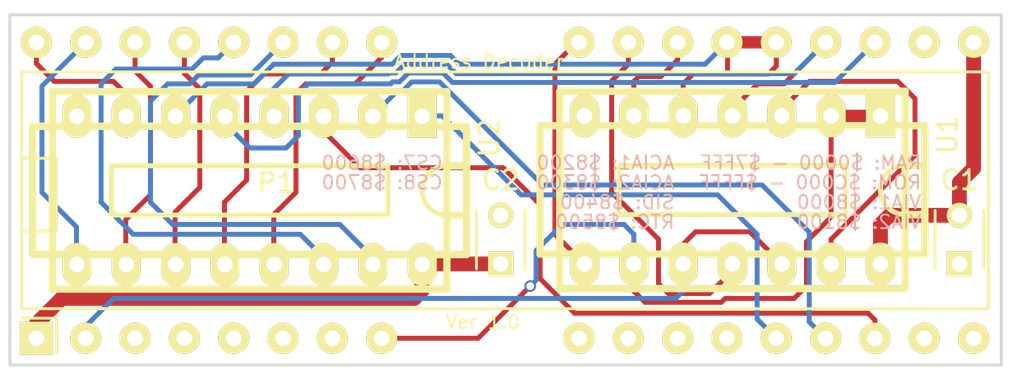
<source format=kicad_pcb>
(kicad_pcb (version 4) (host pcbnew 4.0.2-stable)

  (general
    (links 35)
    (no_connects 0)
    (area 128.956999 81.204999 180.161001 99.389001)
    (thickness 1.6)
    (drawings 16)
    (tracks 203)
    (zones 0)
    (modules 5)
    (nets 34)
  )

  (page A4)
  (layers
    (0 F.Cu signal)
    (1 In1.Cu signal)
    (2 In2.Cu signal)
    (31 B.Cu signal)
    (33 F.Adhes user)
    (35 F.Paste user)
    (36 B.SilkS user)
    (37 F.SilkS user)
    (38 B.Mask user)
    (39 F.Mask user)
    (40 Dwgs.User user)
    (41 Cmts.User user)
    (42 Eco1.User user)
    (43 Eco2.User user)
    (44 Edge.Cuts user)
    (45 Margin user)
    (47 F.CrtYd user)
    (49 F.Fab user)
  )

  (setup
    (last_trace_width 0.25)
    (user_trace_width 0.254)
    (user_trace_width 0.381)
    (user_trace_width 0.635)
    (user_trace_width 0.762)
    (user_trace_width 1.27)
    (trace_clearance 0.2)
    (zone_clearance 0.308)
    (zone_45_only no)
    (trace_min 0.2)
    (segment_width 0.2)
    (edge_width 0.15)
    (via_size 0.6)
    (via_drill 0.4)
    (via_min_size 0.4)
    (via_min_drill 0.3)
    (uvia_size 0.3)
    (uvia_drill 0.1)
    (uvias_allowed no)
    (uvia_min_size 0.2)
    (uvia_min_drill 0.1)
    (pcb_text_width 0.3)
    (pcb_text_size 1.5 1.5)
    (mod_edge_width 0.15)
    (mod_text_size 1 1)
    (mod_text_width 0.15)
    (pad_size 1.524 1.524)
    (pad_drill 0.762)
    (pad_to_mask_clearance 0.2)
    (aux_axis_origin 0 0)
    (visible_elements 7FFEFFFF)
    (pcbplotparams
      (layerselection 0x010f0_80000007)
      (usegerberextensions true)
      (excludeedgelayer true)
      (linewidth 0.100000)
      (plotframeref false)
      (viasonmask false)
      (mode 1)
      (useauxorigin false)
      (hpglpennumber 1)
      (hpglpenspeed 20)
      (hpglpendiameter 15)
      (hpglpenoverlay 2)
      (psnegative false)
      (psa4output false)
      (plotreference true)
      (plotvalue true)
      (plotinvisibletext false)
      (padsonsilk false)
      (subtractmaskfromsilk true)
      (outputformat 1)
      (mirror false)
      (drillshape 0)
      (scaleselection 1)
      (outputdirectory Gerbers/))
  )

  (net 0 "")
  (net 1 GND)
  (net 2 VCC)
  (net 3 "Net-(P1-Pad3)")
  (net 4 "Net-(P1-Pad4)")
  (net 5 "Net-(P1-Pad5)")
  (net 6 A8)
  (net 7 A9)
  (net 8 A10)
  (net 9 "Net-(P1-Pad12)")
  (net 10 "Net-(P1-Pad13)")
  (net 11 A13)
  (net 12 A14)
  (net 13 A15)
  (net 14 RW)
  (net 15 PHI2)
  (net 16 OE)
  (net 17 CS_VIA1)
  (net 18 CS_VIA2)
  (net 19 CS_ACIA1)
  (net 20 CS_ACIA2)
  (net 21 CS_SID)
  (net 22 CS_RTC)
  (net 23 CS7)
  (net 24 CS8)
  (net 25 WE)
  (net 26 ROM_CE)
  (net 27 "Net-(U1-Pad13)")
  (net 28 "Net-(P1-Pad6)")
  (net 29 "Net-(P1-Pad7)")
  (net 30 "Net-(P1-Pad14)")
  (net 31 "Net-(P1-Pad15)")
  (net 32 "Net-(P1-Pad19)")
  (net 33 "Net-(P1-Pad22)")

  (net_class Default "This is the default net class."
    (clearance 0.2)
    (trace_width 0.25)
    (via_dia 0.6)
    (via_drill 0.4)
    (uvia_dia 0.3)
    (uvia_drill 0.1)
    (add_net A10)
    (add_net A13)
    (add_net A14)
    (add_net A15)
    (add_net A8)
    (add_net A9)
    (add_net CS7)
    (add_net CS8)
    (add_net CS_ACIA1)
    (add_net CS_ACIA2)
    (add_net CS_RTC)
    (add_net CS_SID)
    (add_net CS_VIA1)
    (add_net CS_VIA2)
    (add_net GND)
    (add_net "Net-(P1-Pad12)")
    (add_net "Net-(P1-Pad13)")
    (add_net "Net-(P1-Pad14)")
    (add_net "Net-(P1-Pad15)")
    (add_net "Net-(P1-Pad19)")
    (add_net "Net-(P1-Pad22)")
    (add_net "Net-(P1-Pad3)")
    (add_net "Net-(P1-Pad4)")
    (add_net "Net-(P1-Pad5)")
    (add_net "Net-(P1-Pad6)")
    (add_net "Net-(P1-Pad7)")
    (add_net "Net-(U1-Pad13)")
    (add_net OE)
    (add_net PHI2)
    (add_net ROM_CE)
    (add_net RW)
    (add_net VCC)
    (add_net WE)
  )

  (module decoder_footprint (layer F.Cu) (tedit 573E7F44) (tstamp 573E3279)
    (at 130.429 97.917)
    (descr "Support TEXTOOL Dil 40 pins, pads ronds, e=600 mils")
    (tags DEV)
    (path /56E61EEE)
    (fp_text reference P1 (at 12.319 -8.001) (layer F.SilkS)
      (effects (font (size 1 1) (thickness 0.15)))
    )
    (fp_text value CONN_02X20_DIP40 (at 24.1 -7.6) (layer F.Fab)
      (effects (font (size 1 1) (thickness 0.15)))
    )
    (fp_line (start 1.016 0.762) (end 1.016 -1.016) (layer F.SilkS) (width 0.15))
    (fp_line (start 1.016 -1.016) (end -0.762 -1.016) (layer F.SilkS) (width 0.15))
    (fp_line (start -0.75 -9.25) (end 1 -9.25) (layer F.SilkS) (width 0.15))
    (fp_line (start 1 -9.25) (end 1 -5.5) (layer F.SilkS) (width 0.15))
    (fp_line (start 1 -5.5) (end -0.75 -5.5) (layer F.SilkS) (width 0.15))
    (fp_line (start -0.792 -13.696) (end 48.992 -13.696) (layer F.SilkS) (width 0.15))
    (fp_line (start 48.992 -13.696) (end 48.992 -1.504) (layer F.SilkS) (width 0.15))
    (fp_line (start 48.992 -1.504) (end -0.792 -1.504) (layer F.SilkS) (width 0.15))
    (fp_line (start -0.792 -1.504) (end -0.792 -13.696) (layer F.SilkS) (width 0.15))
    (pad 1 thru_hole rect (at -0.03 0.02) (size 1.7 1.7) (drill 0.8) (layers *.Cu *.Mask F.SilkS)
      (net 2 VCC))
    (pad 2 thru_hole circle (at 2.51 0.02) (size 1.6 1.6) (drill 0.8) (layers *.Cu *.Mask F.SilkS)
      (net 15 PHI2))
    (pad 3 thru_hole circle (at 5.05 0.02) (size 1.6 1.6) (drill 0.8) (layers *.Cu *.Mask F.SilkS)
      (net 3 "Net-(P1-Pad3)"))
    (pad 4 thru_hole circle (at 7.59 0.02) (size 1.6 1.6) (drill 0.8) (layers *.Cu *.Mask F.SilkS)
      (net 4 "Net-(P1-Pad4)"))
    (pad 5 thru_hole circle (at 10.13 0.02) (size 1.6 1.6) (drill 0.8) (layers *.Cu *.Mask F.SilkS)
      (net 5 "Net-(P1-Pad5)"))
    (pad 6 thru_hole circle (at 12.67 0.02) (size 1.6 1.6) (drill 0.8) (layers *.Cu *.Mask F.SilkS)
      (net 28 "Net-(P1-Pad6)"))
    (pad 7 thru_hole circle (at 15.21 0.02) (size 1.6 1.6) (drill 0.8) (layers *.Cu *.Mask F.SilkS)
      (net 29 "Net-(P1-Pad7)"))
    (pad 8 thru_hole circle (at 17.75 0.02) (size 1.6 1.6) (drill 0.8) (layers *.Cu *.Mask F.SilkS)
      (net 14 RW))
    (pad 12 thru_hole circle (at 27.91 0.02) (size 1.6 1.6) (drill 0.8) (layers *.Cu *.Mask F.SilkS)
      (net 9 "Net-(P1-Pad12)"))
    (pad 13 thru_hole circle (at 30.45 0.02) (size 1.6 1.6) (drill 0.8) (layers *.Cu *.Mask F.SilkS)
      (net 10 "Net-(P1-Pad13)"))
    (pad 14 thru_hole circle (at 32.99 0.02) (size 1.6 1.6) (drill 0.8) (layers *.Cu *.Mask F.SilkS)
      (net 30 "Net-(P1-Pad14)"))
    (pad 15 thru_hole circle (at 35.53 0.02) (size 1.6 1.6) (drill 0.8) (layers *.Cu *.Mask F.SilkS)
      (net 31 "Net-(P1-Pad15)"))
    (pad 16 thru_hole circle (at 38.07 0.02) (size 1.6 1.6) (drill 0.8) (layers *.Cu *.Mask F.SilkS)
      (net 6 A8))
    (pad 17 thru_hole circle (at 40.61 0.02) (size 1.6 1.6) (drill 0.8) (layers *.Cu *.Mask F.SilkS)
      (net 7 A9))
    (pad 18 thru_hole circle (at 43.15 0.02) (size 1.6 1.6) (drill 0.8) (layers *.Cu *.Mask F.SilkS)
      (net 8 A10))
    (pad 19 thru_hole circle (at 45.69 0.02) (size 1.6 1.6) (drill 0.8) (layers *.Cu *.Mask F.SilkS)
      (net 32 "Net-(P1-Pad19)"))
    (pad 20 thru_hole circle (at 48.23 0.02) (size 1.6 1.6) (drill 0.8) (layers *.Cu *.Mask F.SilkS)
      (net 1 GND))
    (pad 21 thru_hole circle (at 48.23 -15.22) (size 1.6 1.6) (drill 0.8) (layers *.Cu *.Mask F.SilkS)
      (net 2 VCC))
    (pad 22 thru_hole circle (at 45.69 -15.22) (size 1.6 1.6) (drill 0.8) (layers *.Cu *.Mask F.SilkS)
      (net 33 "Net-(P1-Pad22)"))
    (pad 23 thru_hole circle (at 43.15 -15.22) (size 1.6 1.6) (drill 0.8) (layers *.Cu *.Mask F.SilkS)
      (net 11 A13))
    (pad 24 thru_hole circle (at 40.61 -15.22) (size 1.6 1.6) (drill 0.8) (layers *.Cu *.Mask F.SilkS)
      (net 12 A14))
    (pad 25 thru_hole circle (at 38.07 -15.22) (size 1.6 1.6) (drill 0.8) (layers *.Cu *.Mask F.SilkS)
      (net 13 A15))
    (pad 26 thru_hole circle (at 35.53 -15.22) (size 1.6 1.6) (drill 0.8) (layers *.Cu *.Mask F.SilkS)
      (net 13 A15))
    (pad 27 thru_hole circle (at 32.99 -15.22) (size 1.6 1.6) (drill 0.8) (layers *.Cu *.Mask F.SilkS)
      (net 26 ROM_CE))
    (pad 28 thru_hole circle (at 30.45 -15.22) (size 1.6 1.6) (drill 0.8) (layers *.Cu *.Mask F.SilkS)
      (net 25 WE))
    (pad 29 thru_hole circle (at 27.91 -15.22) (size 1.6 1.6) (drill 0.8) (layers *.Cu *.Mask F.SilkS)
      (net 16 OE))
    (pad 33 thru_hole circle (at 17.75 -15.22) (size 1.6 1.6) (drill 0.8) (layers *.Cu *.Mask F.SilkS)
      (net 19 CS_ACIA1))
    (pad 34 thru_hole circle (at 15.21 -15.22) (size 1.6 1.6) (drill 0.8) (layers *.Cu *.Mask F.SilkS)
      (net 20 CS_ACIA2))
    (pad 35 thru_hole circle (at 12.67 -15.22) (size 1.6 1.6) (drill 0.8) (layers *.Cu *.Mask F.SilkS)
      (net 17 CS_VIA1))
    (pad 36 thru_hole circle (at 10.13 -15.22) (size 1.6 1.6) (drill 0.8) (layers *.Cu *.Mask F.SilkS)
      (net 18 CS_VIA2))
    (pad 37 thru_hole circle (at 7.59 -15.22) (size 1.6 1.6) (drill 0.8) (layers *.Cu *.Mask F.SilkS)
      (net 21 CS_SID))
    (pad 38 thru_hole circle (at 5.05 -15.22) (size 1.6 1.6) (drill 0.8) (layers *.Cu *.Mask F.SilkS)
      (net 22 CS_RTC))
    (pad 39 thru_hole circle (at 2.51 -15.22) (size 1.6 1.6) (drill 0.8) (layers *.Cu *.Mask F.SilkS)
      (net 23 CS7))
    (pad 40 thru_hole circle (at -0.03 -15.22) (size 1.6 1.6) (drill 0.8) (layers *.Cu *.Mask F.SilkS)
      (net 24 CS8))
    (model Pin_Headers.3dshapes/Pin_Header_Straight_1x08.wrl
      (at (xyz 0.35 0.6 -0.06900000000000001))
      (scale (xyz 1 1 1))
      (rotate (xyz 180 0 0))
    )
    (model Pin_Headers.3dshapes/Pin_Header_Straight_1x08.wrl
      (at (xyz 0.35 0 -0.06900000000000001))
      (scale (xyz 1 1 1))
      (rotate (xyz 180 0 0))
    )
    (model Pin_Headers.3dshapes/Pin_Header_Straight_1x09.wrl
      (at (xyz 1.5 0.6 -0.06900000000000001))
      (scale (xyz 1 1 1))
      (rotate (xyz 180 0 0))
    )
    (model Pin_Headers.3dshapes/Pin_Header_Straight_1x09.wrl
      (at (xyz 1.5 0 -0.06900000000000001))
      (scale (xyz 1 1 1))
      (rotate (xyz 180 0 0))
    )
  )

  (module mod_pth_circuits:dil_16-300_socket (layer F.Cu) (tedit 573E3B38) (tstamp 573E3F33)
    (at 141.3764 90.3224 180)
    (descr "IC, DIL16 x 0,3\", with socket")
    (tags DIL)
    (path /56E5FBCE)
    (fp_text reference U2 (at -12.3444 2.6924 270) (layer F.SilkS)
      (effects (font (size 1 1) (thickness 0.15)))
    )
    (fp_text value 74LS138N (at 0 6.604 180) (layer F.SilkS) hide
      (effects (font (size 1.524 1.143) (thickness 0.28575)))
    )
    (fp_line (start 7.112 1.27) (end -7.112 1.27) (layer F.SilkS) (width 0.254))
    (fp_line (start -7.112 -1.27) (end 7.112 -1.27) (layer F.SilkS) (width 0.254))
    (fp_line (start 10.16 -5.08) (end -10.16 -5.08) (layer F.SilkS) (width 0.381))
    (fp_line (start -10.16 5.08) (end 10.16 5.08) (layer F.SilkS) (width 0.381))
    (fp_line (start 11.176 3.302) (end -11.176 3.302) (layer F.SilkS) (width 0.381))
    (fp_line (start -11.176 -3.302) (end 11.176 -3.302) (layer F.SilkS) (width 0.381))
    (fp_arc (start -10.16 0) (end -10.16 -1.27) (angle 90) (layer F.SilkS) (width 0.254))
    (fp_arc (start -10.16 0) (end -8.89 0) (angle 90) (layer F.SilkS) (width 0.254))
    (fp_line (start -10.16 1.27) (end -11.176 1.27) (layer F.SilkS) (width 0.381))
    (fp_line (start -10.16 -1.27) (end -11.176 -1.27) (layer F.SilkS) (width 0.381))
    (fp_line (start -7.112 -1.27) (end -7.112 1.27) (layer F.SilkS) (width 0.254))
    (fp_line (start 7.112 1.27) (end 7.112 -1.27) (layer F.SilkS) (width 0.254))
    (fp_line (start 10.16 -5.08) (end 10.16 5.08) (layer F.SilkS) (width 0.381))
    (fp_line (start -10.16 5.08) (end -10.16 -5.08) (layer F.SilkS) (width 0.381))
    (fp_line (start 11.176 -3.302) (end 11.176 3.302) (layer F.SilkS) (width 0.381))
    (fp_line (start -11.176 3.302) (end -11.176 -3.302) (layer F.SilkS) (width 0.381))
    (pad 1 thru_hole rect (at -8.89 3.81 180) (size 1.50114 2.19964) (drill 0.8001) (layers *.Cu *.Mask F.SilkS)
      (net 6 A8))
    (pad 2 thru_hole oval (at -6.35 3.81 180) (size 1.50114 2.19964) (drill 0.8001) (layers *.Cu *.Mask F.SilkS)
      (net 7 A9))
    (pad 3 thru_hole oval (at -3.81 3.81 180) (size 1.50114 2.19964) (drill 0.8001) (layers *.Cu *.Mask F.SilkS)
      (net 8 A10))
    (pad 4 thru_hole oval (at -1.27 3.81 180) (size 1.50114 2.19964) (drill 0.8001) (layers *.Cu *.Mask F.SilkS)
      (net 12 A14))
    (pad 5 thru_hole oval (at 1.27 3.81 180) (size 1.50114 2.19964) (drill 0.8001) (layers *.Cu *.Mask F.SilkS)
      (net 11 A13))
    (pad 6 thru_hole oval (at 3.81 3.81 180) (size 1.50114 2.19964) (drill 0.8001) (layers *.Cu *.Mask F.SilkS)
      (net 13 A15))
    (pad 7 thru_hole oval (at 6.35 3.81 180) (size 1.50114 2.19964) (drill 0.8001) (layers *.Cu *.Mask F.SilkS)
      (net 24 CS8))
    (pad 8 thru_hole oval (at 8.89 3.81 180) (size 1.50114 2.19964) (drill 0.8001) (layers *.Cu *.Mask F.SilkS)
      (net 1 GND))
    (pad 9 thru_hole oval (at 8.89 -3.81 180) (size 1.50114 2.19964) (drill 0.8001) (layers *.Cu *.Mask F.SilkS)
      (net 23 CS7))
    (pad 10 thru_hole oval (at 6.35 -3.81 180) (size 1.50114 2.19964) (drill 0.8001) (layers *.Cu *.Mask F.SilkS)
      (net 22 CS_RTC))
    (pad 11 thru_hole oval (at 3.81 -3.81 180) (size 1.50114 2.19964) (drill 0.8001) (layers *.Cu *.Mask F.SilkS)
      (net 21 CS_SID))
    (pad 12 thru_hole oval (at 1.27 -3.81 180) (size 1.50114 2.19964) (drill 0.8001) (layers *.Cu *.Mask F.SilkS)
      (net 20 CS_ACIA2))
    (pad 13 thru_hole oval (at -1.27 -3.81 180) (size 1.50114 2.19964) (drill 0.8001) (layers *.Cu *.Mask F.SilkS)
      (net 19 CS_ACIA1))
    (pad 14 thru_hole oval (at -3.81 -3.81 180) (size 1.50114 2.19964) (drill 0.8001) (layers *.Cu *.Mask F.SilkS)
      (net 18 CS_VIA2))
    (pad 15 thru_hole oval (at -6.35 -3.81 180) (size 1.50114 2.19964) (drill 0.8001) (layers *.Cu *.Mask F.SilkS)
      (net 17 CS_VIA1))
    (pad 16 thru_hole oval (at -8.89 -3.81 180) (size 1.50114 2.19964) (drill 0.8001) (layers *.Cu *.Mask F.SilkS)
      (net 2 VCC))
    (model "../../../../../../Users/Stache/Documents/KiCad Projects/3DModels/3d_pth_circuits/walter/pth_circuits/dil_16-300_socket.wrl"
      (at (xyz 0 0 0))
      (scale (xyz 1 1 1))
      (rotate (xyz 0 0 0))
    )
  )

  (module mod_pth_circuits:dil_14-300_socket (layer F.Cu) (tedit 573E3ADF) (tstamp 573E3F12)
    (at 166.243 90.297 180)
    (descr "IC, DIL14 x 0,3\", with socket")
    (tags DIL)
    (path /56E5DDF2)
    (fp_text reference U1 (at -11.0744 2.8448 270) (layer F.SilkS)
      (effects (font (size 1 1) (thickness 0.15)))
    )
    (fp_text value 74LS00 (at 0 6.604 180) (layer F.SilkS) hide
      (effects (font (size 1.524 1.143) (thickness 0.28575)))
    )
    (fp_line (start 8.89 -5.08) (end -8.89 -5.08) (layer F.SilkS) (width 0.381))
    (fp_line (start -8.89 5.08) (end 8.89 5.08) (layer F.SilkS) (width 0.381))
    (fp_line (start 9.906 3.302) (end -9.906 3.302) (layer F.SilkS) (width 0.381))
    (fp_line (start -9.906 -3.302) (end 9.906 -3.302) (layer F.SilkS) (width 0.381))
    (fp_line (start 5.842 1.27) (end -5.842 1.27) (layer F.SilkS) (width 0.254))
    (fp_line (start -5.842 -1.27) (end 5.842 -1.27) (layer F.SilkS) (width 0.254))
    (fp_arc (start -8.89 0) (end -8.89 -1.27) (angle 90) (layer F.SilkS) (width 0.254))
    (fp_arc (start -8.89 0) (end -7.62 0) (angle 90) (layer F.SilkS) (width 0.254))
    (fp_line (start -8.89 1.27) (end -9.906 1.27) (layer F.SilkS) (width 0.381))
    (fp_line (start -8.89 -1.27) (end -9.906 -1.27) (layer F.SilkS) (width 0.381))
    (fp_line (start -5.842 -1.27) (end -5.842 1.27) (layer F.SilkS) (width 0.254))
    (fp_line (start 5.842 1.27) (end 5.842 -1.27) (layer F.SilkS) (width 0.254))
    (fp_line (start 8.89 -5.08) (end 8.89 5.08) (layer F.SilkS) (width 0.381))
    (fp_line (start -8.89 5.08) (end -8.89 -5.08) (layer F.SilkS) (width 0.381))
    (fp_line (start 9.906 -3.302) (end 9.906 3.302) (layer F.SilkS) (width 0.381))
    (fp_line (start -9.906 3.302) (end -9.906 -3.302) (layer F.SilkS) (width 0.381))
    (pad 1 thru_hole rect (at -7.62 3.81 180) (size 1.50114 2.19964) (drill 0.8001) (layers *.Cu *.Mask F.SilkS)
      (net 14 RW))
    (pad 2 thru_hole oval (at -5.08 3.81 180) (size 1.50114 2.19964) (drill 0.8001) (layers *.Cu *.Mask F.SilkS)
      (net 14 RW))
    (pad 3 thru_hole oval (at -2.54 3.81 180) (size 1.50114 2.19964) (drill 0.8001) (layers *.Cu *.Mask F.SilkS)
      (net 27 "Net-(U1-Pad13)"))
    (pad 4 thru_hole oval (at 0 3.81 180) (size 1.50114 2.19964) (drill 0.8001) (layers *.Cu *.Mask F.SilkS)
      (net 12 A14))
    (pad 5 thru_hole oval (at 2.54 3.81 180) (size 1.50114 2.19964) (drill 0.8001) (layers *.Cu *.Mask F.SilkS)
      (net 13 A15))
    (pad 6 thru_hole oval (at 5.08 3.81 180) (size 1.50114 2.19964) (drill 0.8001) (layers *.Cu *.Mask F.SilkS)
      (net 26 ROM_CE))
    (pad 7 thru_hole oval (at 7.62 3.81 180) (size 1.50114 2.19964) (drill 0.8001) (layers *.Cu *.Mask F.SilkS)
      (net 1 GND))
    (pad 8 thru_hole oval (at 7.62 -3.81 180) (size 1.50114 2.19964) (drill 0.8001) (layers *.Cu *.Mask F.SilkS)
      (net 16 OE))
    (pad 9 thru_hole oval (at 5.08 -3.81 180) (size 1.50114 2.19964) (drill 0.8001) (layers *.Cu *.Mask F.SilkS)
      (net 14 RW))
    (pad 10 thru_hole oval (at 2.54 -3.81 180) (size 1.50114 2.19964) (drill 0.8001) (layers *.Cu *.Mask F.SilkS)
      (net 15 PHI2))
    (pad 11 thru_hole oval (at 0 -3.81 180) (size 1.50114 2.19964) (drill 0.8001) (layers *.Cu *.Mask F.SilkS)
      (net 25 WE))
    (pad 12 thru_hole oval (at -2.54 -3.81 180) (size 1.50114 2.19964) (drill 0.8001) (layers *.Cu *.Mask F.SilkS)
      (net 15 PHI2))
    (pad 13 thru_hole oval (at -5.08 -3.81 180) (size 1.50114 2.19964) (drill 0.8001) (layers *.Cu *.Mask F.SilkS)
      (net 27 "Net-(U1-Pad13)"))
    (pad 14 thru_hole oval (at -7.62 -3.81 180) (size 1.50114 2.19964) (drill 0.8001) (layers *.Cu *.Mask F.SilkS)
      (net 2 VCC))
    (model "../../../../../../Users/Stache/Documents/KiCad Projects/3DModels/3d_pth_circuits/walter/pth_circuits/dil_14-300_socket.wrl"
      (at (xyz 0 0 0))
      (scale (xyz 1 1 1))
      (rotate (xyz 0 0 0))
    )
  )

  (module Capacitors_ThroughHole:C_Disc_D3_P2.5 (layer F.Cu) (tedit 56E82305) (tstamp 56E49495)
    (at 177.927 94.107 90)
    (descr "Capacitor 3mm Disc, Pitch 2.5mm")
    (tags Capacitor)
    (path /56E60E2C)
    (fp_text reference C1 (at 4.318 0 180) (layer F.SilkS)
      (effects (font (size 1 1) (thickness 0.15)))
    )
    (fp_text value .1uf (at 1.25 2.5 90) (layer F.Fab)
      (effects (font (size 1 1) (thickness 0.15)))
    )
    (fp_line (start -0.9 -1.5) (end 3.4 -1.5) (layer F.CrtYd) (width 0.05))
    (fp_line (start 3.4 -1.5) (end 3.4 1.5) (layer F.CrtYd) (width 0.05))
    (fp_line (start 3.4 1.5) (end -0.9 1.5) (layer F.CrtYd) (width 0.05))
    (fp_line (start -0.9 1.5) (end -0.9 -1.5) (layer F.CrtYd) (width 0.05))
    (fp_line (start -0.25 -1.25) (end 2.75 -1.25) (layer F.SilkS) (width 0.15))
    (fp_line (start 2.75 1.25) (end -0.25 1.25) (layer F.SilkS) (width 0.15))
    (pad 1 thru_hole rect (at 0 0 90) (size 1.3 1.3) (drill 0.8) (layers *.Cu *.Mask F.SilkS)
      (net 1 GND))
    (pad 2 thru_hole circle (at 2.5 0 90) (size 1.3 1.3) (drill 0.8001) (layers *.Cu *.Mask F.SilkS)
      (net 2 VCC))
    (model Capacitors_ThroughHole.3dshapes/C_Disc_D3_P2.5.wrl
      (at (xyz 0.0492126 0 0))
      (scale (xyz 1 1 1))
      (rotate (xyz 0 0 0))
    )
  )

  (module Capacitors_ThroughHole:C_Disc_D3_P2.5 (layer F.Cu) (tedit 56E82317) (tstamp 56E4949B)
    (at 154.305 94.107 90)
    (descr "Capacitor 3mm Disc, Pitch 2.5mm")
    (tags Capacitor)
    (path /56E631A3)
    (fp_text reference C2 (at 4.318 0 180) (layer F.SilkS)
      (effects (font (size 1 1) (thickness 0.15)))
    )
    (fp_text value .1uf (at 1.25 2.5 90) (layer F.Fab)
      (effects (font (size 1 1) (thickness 0.15)))
    )
    (fp_line (start -0.9 -1.5) (end 3.4 -1.5) (layer F.CrtYd) (width 0.05))
    (fp_line (start 3.4 -1.5) (end 3.4 1.5) (layer F.CrtYd) (width 0.05))
    (fp_line (start 3.4 1.5) (end -0.9 1.5) (layer F.CrtYd) (width 0.05))
    (fp_line (start -0.9 1.5) (end -0.9 -1.5) (layer F.CrtYd) (width 0.05))
    (fp_line (start -0.25 -1.25) (end 2.75 -1.25) (layer F.SilkS) (width 0.15))
    (fp_line (start 2.75 1.25) (end -0.25 1.25) (layer F.SilkS) (width 0.15))
    (pad 1 thru_hole rect (at 0 0 90) (size 1.3 1.3) (drill 0.8) (layers *.Cu *.Mask F.SilkS)
      (net 2 VCC))
    (pad 2 thru_hole circle (at 2.5 0 90) (size 1.3 1.3) (drill 0.8001) (layers *.Cu *.Mask F.SilkS)
      (net 1 GND))
    (model Capacitors_ThroughHole.3dshapes/C_Disc_D3_P2.5.wrl
      (at (xyz 0.0492126 0 0))
      (scale (xyz 1 1 1))
      (rotate (xyz 0 0 0))
    )
  )

  (gr_text "Ver 1.0" (at 153.3906 97.1042) (layer F.SilkS)
    (effects (font (size 0.7 0.7) (thickness 0.1)))
  )
  (gr_text "Address Decoder" (at 153.1874 83.693) (layer F.SilkS)
    (effects (font (size 0.7 0.7) (thickness 0.1)))
  )
  (gr_text "CS8: $8700" (at 151.384 89.916) (layer B.SilkS)
    (effects (font (size 0.7 0.7) (thickness 0.1)) (justify left mirror))
  )
  (gr_text "CS7: $8600" (at 151.384 88.9) (layer B.SilkS)
    (effects (font (size 0.7 0.7) (thickness 0.1)) (justify left mirror))
  )
  (gr_text "RTC: $8500" (at 163.322 91.948) (layer B.SilkS)
    (effects (font (size 0.7 0.7) (thickness 0.1)) (justify left mirror))
  )
  (gr_text "SID: $8400" (at 163.322 90.932) (layer B.SilkS)
    (effects (font (size 0.7 0.7) (thickness 0.1)) (justify left mirror))
  )
  (gr_text "ACIA2: $8300" (at 163.322 89.916) (layer B.SilkS)
    (effects (font (size 0.7 0.7) (thickness 0.1)) (justify left mirror))
  )
  (gr_text "ACIA1: $8200" (at 163.322 88.9) (layer B.SilkS)
    (effects (font (size 0.7 0.7) (thickness 0.1)) (justify left mirror))
  )
  (gr_text "VIA2: $8100" (at 176.022 91.948) (layer B.SilkS)
    (effects (font (size 0.7 0.7) (thickness 0.1)) (justify left mirror))
  )
  (gr_text "VIA1: $8000" (at 176.022 90.932) (layer B.SilkS)
    (effects (font (size 0.7 0.7) (thickness 0.1)) (justify left mirror))
  )
  (gr_text "ROM: $C000 - $FFFF" (at 176.022 89.916) (layer B.SilkS)
    (effects (font (size 0.7 0.7) (thickness 0.1)) (justify left mirror))
  )
  (gr_text "RAM: $0000 - $7FFF\n" (at 176.022 88.9) (layer B.SilkS)
    (effects (font (size 0.7 0.7) (thickness 0.1)) (justify left mirror))
  )
  (gr_line (start 129.032 99.314) (end 129.032 81.28) (angle 90) (layer Edge.Cuts) (width 0.15))
  (gr_line (start 180.086 99.314) (end 129.032 99.314) (angle 90) (layer Edge.Cuts) (width 0.15))
  (gr_line (start 180.086 81.28) (end 180.086 99.314) (angle 90) (layer Edge.Cuts) (width 0.15))
  (gr_line (start 129.032 81.28) (end 180.086 81.28) (angle 90) (layer Edge.Cuts) (width 0.15))

  (segment (start 150.241 94.107) (end 154.305 94.107) (width 0.762) (layer F.Cu) (net 2))
  (segment (start 149.86 95.885) (end 150.241 95.504) (width 0.762) (layer F.Cu) (net 2))
  (segment (start 150.241 95.504) (end 150.241 94.107) (width 0.762) (layer F.Cu) (net 2))
  (segment (start 131.699 95.885) (end 149.86 95.885) (width 0.762) (layer F.Cu) (net 2))
  (segment (start 130.399 97.185) (end 131.699 95.885) (width 0.762) (layer F.Cu) (net 2))
  (segment (start 130.399 97.937) (end 130.399 97.185) (width 0.762) (layer F.Cu) (net 2))
  (segment (start 174.331 91.607) (end 173.863 92.075) (width 0.762) (layer F.Cu) (net 2))
  (segment (start 173.863 92.075) (end 173.863 94.107) (width 0.762) (layer F.Cu) (net 2))
  (segment (start 177.927 91.607) (end 174.331 91.607) (width 0.762) (layer F.Cu) (net 2))
  (segment (start 177.927 89.916) (end 177.927 91.607) (width 0.762) (layer F.Cu) (net 2))
  (segment (start 178.659 89.184) (end 177.927 89.916) (width 0.762) (layer F.Cu) (net 2))
  (segment (start 178.659 82.697) (end 178.659 89.184) (width 0.762) (layer F.Cu) (net 2))
  (segment (start 167.699001 97.137001) (end 168.499 97.937) (width 0.254) (layer B.Cu) (net 6))
  (segment (start 167.513 96.951) (end 167.699001 97.137001) (width 0.254) (layer B.Cu) (net 6))
  (segment (start 167.513 92.583) (end 167.513 96.951) (width 0.254) (layer B.Cu) (net 6))
  (segment (start 151.295 86.487) (end 155.359 90.551) (width 0.254) (layer B.Cu) (net 6))
  (segment (start 165.481 90.551) (end 167.513 92.583) (width 0.254) (layer B.Cu) (net 6))
  (segment (start 150.241 86.487) (end 151.295 86.487) (width 0.254) (layer B.Cu) (net 6))
  (segment (start 155.359 90.551) (end 165.481 90.551) (width 0.254) (layer B.Cu) (net 6))
  (segment (start 149.733 84.7344) (end 151.1554 84.7344) (width 0.25) (layer B.Cu) (net 7))
  (segment (start 151.1554 84.7344) (end 151.43299 85.01199) (width 0.25) (layer B.Cu) (net 7))
  (segment (start 149.631338 84.836) (end 149.6314 84.836) (width 0.25) (layer B.Cu) (net 7))
  (segment (start 149.6314 84.836) (end 149.733 84.7344) (width 0.25) (layer B.Cu) (net 7))
  (segment (start 147.701 86.487) (end 148.971 85.217) (width 0.25) (layer B.Cu) (net 7))
  (segment (start 149.181768 85.184032) (end 149.283306 85.184032) (width 0.25) (layer B.Cu) (net 7))
  (segment (start 148.971 85.217) (end 148.971 85.184034) (width 0.25) (layer B.Cu) (net 7))
  (segment (start 148.971 85.184034) (end 149.181766 85.184034) (width 0.25) (layer B.Cu) (net 7))
  (segment (start 149.181766 85.184034) (end 149.181768 85.184032) (width 0.25) (layer B.Cu) (net 7))
  (segment (start 149.283306 85.184032) (end 149.631338 84.836) (width 0.25) (layer B.Cu) (net 7))
  (segment (start 151.43299 85.01199) (end 156.464 90.043) (width 0.254) (layer B.Cu) (net 7))
  (segment (start 170.19599 92.47199) (end 170.19599 97.09399) (width 0.254) (layer B.Cu) (net 7))
  (segment (start 156.464 90.043) (end 167.767 90.043) (width 0.254) (layer B.Cu) (net 7))
  (segment (start 167.767 90.043) (end 170.19599 92.47199) (width 0.254) (layer B.Cu) (net 7))
  (segment (start 170.19599 97.09399) (end 171.039 97.937) (width 0.254) (layer B.Cu) (net 7))
  (segment (start 173.228 96.647) (end 173.579 96.998) (width 0.254) (layer F.Cu) (net 8))
  (segment (start 173.579 96.998) (end 173.579 97.937) (width 0.254) (layer F.Cu) (net 8))
  (segment (start 158.115 96.647) (end 173.228 96.647) (width 0.254) (layer F.Cu) (net 8))
  (segment (start 156.337 94.869) (end 158.115 96.647) (width 0.254) (layer F.Cu) (net 8))
  (segment (start 156.337 91.059) (end 156.337 94.869) (width 0.254) (layer F.Cu) (net 8))
  (segment (start 154.432 89.154) (end 156.337 91.059) (width 0.254) (layer F.Cu) (net 8))
  (segment (start 147.066 89.154) (end 154.432 89.154) (width 0.254) (layer F.Cu) (net 8))
  (segment (start 145.161 87.249) (end 147.066 89.154) (width 0.254) (layer F.Cu) (net 8))
  (segment (start 145.161 86.487) (end 145.161 87.249) (width 0.254) (layer F.Cu) (net 8))
  (segment (start 148.740537 84.732023) (end 148.63656 84.836) (width 0.254) (layer B.Cu) (net 11))
  (segment (start 140.081 86.837) (end 140.081 86.487) (width 0.254) (layer B.Cu) (net 11))
  (segment (start 171.51101 84.76499) (end 151.828057 84.764989) (width 0.254) (layer B.Cu) (net 11))
  (segment (start 141.382 88.138) (end 140.081 86.837) (width 0.254) (layer B.Cu) (net 11))
  (segment (start 143.256 88.138) (end 141.382 88.138) (width 0.254) (layer B.Cu) (net 11))
  (segment (start 143.891 87.503) (end 143.256 88.138) (width 0.254) (layer B.Cu) (net 11))
  (segment (start 144.399 84.836) (end 143.891 85.344) (width 0.254) (layer B.Cu) (net 11))
  (segment (start 143.891 85.344) (end 143.891 87.503) (width 0.254) (layer B.Cu) (net 11))
  (segment (start 149.545709 84.282389) (end 149.096075 84.732023) (width 0.254) (layer B.Cu) (net 11))
  (segment (start 149.096075 84.732023) (end 148.740537 84.732023) (width 0.254) (layer B.Cu) (net 11))
  (segment (start 151.828057 84.764989) (end 151.345457 84.282389) (width 0.254) (layer B.Cu) (net 11))
  (segment (start 173.579 82.697) (end 171.51101 84.76499) (width 0.254) (layer B.Cu) (net 11))
  (segment (start 151.345457 84.282389) (end 149.545709 84.282389) (width 0.254) (layer B.Cu) (net 11))
  (segment (start 148.63656 84.836) (end 144.399 84.836) (width 0.254) (layer B.Cu) (net 11))
  (segment (start 149.357651 83.828379) (end 148.90802 84.27801) (width 0.254) (layer B.Cu) (net 12))
  (segment (start 151.533515 83.828379) (end 149.357651 83.828379) (width 0.254) (layer B.Cu) (net 12))
  (segment (start 171.039 82.697) (end 169.425021 84.310979) (width 0.254) (layer B.Cu) (net 12))
  (segment (start 142.621 85.083) (end 142.621 86.487) (width 0.254) (layer B.Cu) (net 12))
  (segment (start 143.376 84.328) (end 142.621 85.083) (width 0.254) (layer B.Cu) (net 12))
  (segment (start 152.016115 84.310979) (end 151.533515 83.828379) (width 0.254) (layer B.Cu) (net 12))
  (segment (start 148.502492 84.328) (end 143.376 84.328) (width 0.254) (layer B.Cu) (net 12))
  (segment (start 148.552479 84.278013) (end 148.502492 84.328) (width 0.254) (layer B.Cu) (net 12))
  (segment (start 169.425021 84.310979) (end 152.016115 84.310979) (width 0.254) (layer B.Cu) (net 12))
  (segment (start 148.90802 84.27801) (end 148.552479 84.278013) (width 0.254) (layer B.Cu) (net 12))
  (segment (start 170.239001 83.496999) (end 171.039 82.697) (width 0.254) (layer F.Cu) (net 12))
  (segment (start 168.9 84.836) (end 170.239001 83.496999) (width 0.254) (layer F.Cu) (net 12))
  (segment (start 167.544 84.836) (end 168.9 84.836) (width 0.254) (layer F.Cu) (net 12))
  (segment (start 166.243 86.137) (end 167.544 84.836) (width 0.254) (layer F.Cu) (net 12))
  (segment (start 166.243 86.487) (end 166.243 86.137) (width 0.254) (layer F.Cu) (net 12))
  (segment (start 139.192 84.836) (end 137.541 86.487) (width 0.254) (layer B.Cu) (net 13))
  (segment (start 141.605 84.836) (end 139.192 84.836) (width 0.254) (layer B.Cu) (net 13))
  (segment (start 142.616999 83.824001) (end 141.605 84.836) (width 0.254) (layer B.Cu) (net 13))
  (segment (start 148.719961 83.824001) (end 142.616999 83.824001) (width 0.254) (layer B.Cu) (net 13))
  (segment (start 149.169593 83.374369) (end 148.719961 83.824001) (width 0.254) (layer B.Cu) (net 13))
  (segment (start 165.959 82.697) (end 164.831999 83.824001) (width 0.254) (layer B.Cu) (net 13))
  (segment (start 151.721573 83.374369) (end 149.169593 83.374369) (width 0.254) (layer B.Cu) (net 13))
  (segment (start 152.171205 83.824001) (end 151.721573 83.374369) (width 0.254) (layer B.Cu) (net 13))
  (segment (start 164.831999 83.824001) (end 152.171205 83.824001) (width 0.254) (layer B.Cu) (net 13))
  (segment (start 165.959 82.697) (end 168.499 82.697) (width 0.635) (layer F.Cu) (net 13))
  (segment (start 165.989 84.328) (end 165.989 82.727) (width 0.254) (layer F.Cu) (net 13))
  (segment (start 165.989 82.727) (end 165.959 82.697) (width 0.254) (layer F.Cu) (net 13) (tstamp 573DBF1E))
  (segment (start 168.499 82.697) (end 168.499 83.917) (width 0.254) (layer F.Cu) (net 13))
  (segment (start 163.703 84.836) (end 163.703 86.487) (width 0.254) (layer F.Cu) (net 13) (tstamp 573DBF14))
  (segment (start 164.211 84.328) (end 163.703 84.836) (width 0.254) (layer F.Cu) (net 13) (tstamp 573DBF11))
  (segment (start 168.088 84.328) (end 165.989 84.328) (width 0.254) (layer F.Cu) (net 13) (tstamp 573DBF0E))
  (segment (start 165.989 84.328) (end 164.211 84.328) (width 0.254) (layer F.Cu) (net 13) (tstamp 573DBF1C))
  (segment (start 168.499 83.917) (end 168.088 84.328) (width 0.254) (layer F.Cu) (net 13) (tstamp 573DBF0D))
  (segment (start 163.703 86.487) (end 163.703 85.598) (width 0.254) (layer F.Cu) (net 13))
  (segment (start 161.163 94.107) (end 161.163 95.123) (width 0.254) (layer F.Cu) (net 14))
  (segment (start 171.323 87.891) (end 171.323 86.487) (width 0.254) (layer F.Cu) (net 14))
  (segment (start 171.323 91.694) (end 171.323 87.891) (width 0.254) (layer F.Cu) (net 14))
  (segment (start 170.053 92.964) (end 171.323 91.694) (width 0.254) (layer F.Cu) (net 14))
  (segment (start 169.418 95.885) (end 170.053 95.25) (width 0.254) (layer F.Cu) (net 14))
  (segment (start 165.869068 95.885) (end 169.418 95.885) (width 0.254) (layer F.Cu) (net 14))
  (segment (start 170.053 95.25) (end 170.053 92.964) (width 0.254) (layer F.Cu) (net 14))
  (segment (start 165.669057 96.085011) (end 165.869068 95.885) (width 0.254) (layer F.Cu) (net 14))
  (segment (start 161.163 95.511) (end 161.737011 96.085011) (width 0.254) (layer F.Cu) (net 14))
  (segment (start 161.737011 96.085011) (end 165.669057 96.085011) (width 0.254) (layer F.Cu) (net 14))
  (segment (start 161.163 94.107) (end 161.163 95.511) (width 0.254) (layer F.Cu) (net 14))
  (segment (start 171.323 86.487) (end 173.863 86.487) (width 0.635) (layer F.Cu) (net 14))
  (segment (start 160.655 92.075) (end 161.163 92.583) (width 0.254) (layer B.Cu) (net 14))
  (segment (start 161.163 92.583) (end 161.163 94.107) (width 0.254) (layer B.Cu) (net 14))
  (segment (start 157.48 92.075) (end 160.655 92.075) (width 0.254) (layer B.Cu) (net 14))
  (segment (start 156.128999 93.426001) (end 157.48 92.075) (width 0.254) (layer B.Cu) (net 14))
  (segment (start 155.829 95.25) (end 156.128999 94.950001) (width 0.254) (layer B.Cu) (net 14))
  (segment (start 156.128999 94.950001) (end 156.128999 93.426001) (width 0.254) (layer B.Cu) (net 14))
  (segment (start 148.179 97.937) (end 153.142 97.937) (width 0.254) (layer F.Cu) (net 14))
  (segment (start 153.142 97.937) (end 155.829 95.25) (width 0.254) (layer F.Cu) (net 14))
  (via (at 155.829 95.25) (size 0.6) (drill 0.4) (layers F.Cu B.Cu) (net 14))
  (segment (start 163.703 94.107) (end 163.703 93.091) (width 0.254) (layer F.Cu) (net 15))
  (segment (start 163.703 93.091) (end 164.338 92.456) (width 0.254) (layer F.Cu) (net 15) (tstamp 573DBFB1))
  (segment (start 167.132 92.456) (end 168.783 94.107) (width 0.254) (layer F.Cu) (net 15) (tstamp 573DBFB4))
  (segment (start 164.338 92.456) (end 167.132 92.456) (width 0.254) (layer F.Cu) (net 15) (tstamp 573DBFB3))
  (segment (start 163.703 94.107) (end 163.703 95.123) (width 0.254) (layer F.Cu) (net 15))
  (segment (start 168.783 95.25) (end 168.783 94.107) (width 0.254) (layer F.Cu) (net 15) (tstamp 573DBF79))
  (segment (start 132.939 97.937) (end 132.939 97.312) (width 0.254) (layer B.Cu) (net 15))
  (segment (start 132.939 97.312) (end 134.366 95.885) (width 0.254) (layer B.Cu) (net 15) (tstamp 573DC6BA))
  (segment (start 134.366 95.885) (end 163.322 95.885) (width 0.254) (layer B.Cu) (net 15) (tstamp 573DC6BD))
  (segment (start 163.322 95.885) (end 163.703 95.504) (width 0.254) (layer B.Cu) (net 15) (tstamp 573DC6C4))
  (segment (start 163.703 95.504) (end 163.703 94.107) (width 0.254) (layer B.Cu) (net 15) (tstamp 573DC6C6))
  (segment (start 158.339 82.697) (end 158.222 82.697) (width 0.254) (layer F.Cu) (net 16))
  (segment (start 158.222 82.697) (end 157.099 83.82) (width 0.254) (layer F.Cu) (net 16) (tstamp 573DBEC1))
  (segment (start 157.099 83.82) (end 157.099 92.583) (width 0.254) (layer F.Cu) (net 16) (tstamp 573DBEC7))
  (segment (start 157.099 92.583) (end 158.623 94.107) (width 0.254) (layer F.Cu) (net 16) (tstamp 573DBECB))
  (segment (start 137.16 84.836) (end 136.271 85.725) (width 0.254) (layer B.Cu) (net 17))
  (segment (start 141.414011 84.381989) (end 138.749943 84.381989) (width 0.254) (layer B.Cu) (net 17))
  (segment (start 146.019 92.075) (end 147.701 93.757) (width 0.254) (layer B.Cu) (net 17))
  (segment (start 137.414 92.075) (end 146.019 92.075) (width 0.254) (layer B.Cu) (net 17))
  (segment (start 136.271 90.932) (end 137.414 92.075) (width 0.254) (layer B.Cu) (net 17))
  (segment (start 147.701 93.757) (end 147.701 94.107) (width 0.254) (layer B.Cu) (net 17))
  (segment (start 136.271 85.725) (end 136.271 90.932) (width 0.254) (layer B.Cu) (net 17))
  (segment (start 143.099 82.697) (end 141.414011 84.381989) (width 0.254) (layer B.Cu) (net 17))
  (segment (start 138.295932 84.836) (end 137.16 84.836) (width 0.254) (layer B.Cu) (net 17))
  (segment (start 138.749943 84.381989) (end 138.295932 84.836) (width 0.254) (layer B.Cu) (net 17))
  (segment (start 133.731 90.932) (end 135.382 92.583) (width 0.254) (layer B.Cu) (net 18))
  (segment (start 143.987 92.583) (end 145.161 93.757) (width 0.254) (layer B.Cu) (net 18))
  (segment (start 134.493 84.074) (end 133.731 84.836) (width 0.254) (layer B.Cu) (net 18))
  (segment (start 138.415864 84.074) (end 134.493 84.074) (width 0.254) (layer B.Cu) (net 18))
  (segment (start 138.992865 83.496999) (end 138.415864 84.074) (width 0.254) (layer B.Cu) (net 18))
  (segment (start 139.759001 83.496999) (end 138.992865 83.496999) (width 0.254) (layer B.Cu) (net 18))
  (segment (start 135.382 92.583) (end 143.987 92.583) (width 0.254) (layer B.Cu) (net 18))
  (segment (start 145.161 93.757) (end 145.161 94.107) (width 0.254) (layer B.Cu) (net 18))
  (segment (start 140.559 82.697) (end 139.759001 83.496999) (width 0.254) (layer B.Cu) (net 18))
  (segment (start 133.731 84.836) (end 133.731 90.932) (width 0.254) (layer B.Cu) (net 18))
  (segment (start 140.559 82.697) (end 140.442 82.697) (width 0.254) (layer B.Cu) (net 18))
  (segment (start 148.179 83.469) (end 146.812 84.836) (width 0.254) (layer F.Cu) (net 19) (tstamp 573DBE3E))
  (segment (start 146.812 84.836) (end 144.272 84.836) (width 0.254) (layer F.Cu) (net 19) (tstamp 573DBE53))
  (segment (start 144.272 84.836) (end 143.764 85.344) (width 0.254) (layer F.Cu) (net 19) (tstamp 573DBE5A))
  (segment (start 143.764 85.344) (end 143.764 90.424) (width 0.254) (layer F.Cu) (net 19) (tstamp 573DBE5B))
  (segment (start 143.764 90.424) (end 142.621 91.567) (width 0.254) (layer F.Cu) (net 19) (tstamp 573DBE5E))
  (segment (start 142.621 91.567) (end 142.621 94.107) (width 0.254) (layer F.Cu) (net 19) (tstamp 573DBE63))
  (segment (start 148.179 82.697) (end 148.179 83.469) (width 0.254) (layer F.Cu) (net 19))
  (segment (start 145.639 82.697) (end 145.639 83.723) (width 0.254) (layer F.Cu) (net 20))
  (segment (start 140.081 90.932) (end 140.081 94.107) (width 0.254) (layer F.Cu) (net 20) (tstamp 573DBE78))
  (segment (start 141.224 89.789) (end 140.081 90.932) (width 0.254) (layer F.Cu) (net 20) (tstamp 573DBE74))
  (segment (start 141.224 85.217) (end 141.224 89.789) (width 0.254) (layer F.Cu) (net 20) (tstamp 573DBE6F))
  (segment (start 142.113 84.328) (end 141.224 85.217) (width 0.254) (layer F.Cu) (net 20) (tstamp 573DBE6D))
  (segment (start 145.034 84.328) (end 142.113 84.328) (width 0.254) (layer F.Cu) (net 20) (tstamp 573DBE69))
  (segment (start 145.639 83.723) (end 145.034 84.328) (width 0.254) (layer F.Cu) (net 20) (tstamp 573DBE67))
  (segment (start 138.019 82.697) (end 138.019 84.298) (width 0.254) (layer F.Cu) (net 21))
  (segment (start 137.541 91.44) (end 137.541 94.107) (width 0.254) (layer F.Cu) (net 21) (tstamp 573DBDEB))
  (segment (start 138.811 90.17) (end 137.541 91.44) (width 0.254) (layer F.Cu) (net 21) (tstamp 573DBDE8))
  (segment (start 138.811 85.09) (end 138.811 90.17) (width 0.254) (layer F.Cu) (net 21) (tstamp 573DBDE1))
  (segment (start 138.019 84.298) (end 138.811 85.09) (width 0.254) (layer F.Cu) (net 21) (tstamp 573DBDDD))
  (segment (start 135.479 82.697) (end 135.479 84.171) (width 0.254) (layer F.Cu) (net 22))
  (segment (start 135.001 91.821) (end 135.001 94.107) (width 0.254) (layer F.Cu) (net 22) (tstamp 573DBDC7))
  (segment (start 136.271 90.551) (end 135.001 91.821) (width 0.254) (layer F.Cu) (net 22) (tstamp 573DBDC4))
  (segment (start 136.271 84.963) (end 136.271 90.551) (width 0.254) (layer F.Cu) (net 22) (tstamp 573DBDBE))
  (segment (start 135.479 84.171) (end 136.271 84.963) (width 0.254) (layer F.Cu) (net 22) (tstamp 573DBDB8))
  (segment (start 132.461 94.107) (end 132.461 92.202) (width 0.254) (layer B.Cu) (net 23))
  (segment (start 130.683 84.953) (end 132.939 82.697) (width 0.254) (layer B.Cu) (net 23) (tstamp 573DC5A2))
  (segment (start 130.683 90.424) (end 130.683 84.953) (width 0.254) (layer B.Cu) (net 23) (tstamp 573DC59F))
  (segment (start 132.461 92.202) (end 130.683 90.424) (width 0.254) (layer B.Cu) (net 23) (tstamp 573DC59B))
  (segment (start 130.399 82.697) (end 130.399 83.79) (width 0.254) (layer F.Cu) (net 24))
  (segment (start 134.366 84.709) (end 135.001 85.344) (width 0.254) (layer F.Cu) (net 24) (tstamp 573DBEA8))
  (segment (start 131.318 84.709) (end 134.366 84.709) (width 0.254) (layer F.Cu) (net 24) (tstamp 573DBEA6))
  (segment (start 130.399 83.79) (end 131.318 84.709) (width 0.254) (layer F.Cu) (net 24) (tstamp 573DBEA4))
  (segment (start 135.001 85.344) (end 135.001 86.487) (width 0.254) (layer F.Cu) (net 24) (tstamp 573DBEAB))
  (segment (start 135.001 86.487) (end 135.001 85.979) (width 0.254) (layer F.Cu) (net 24))
  (segment (start 162.941 95.631) (end 165.069 95.631) (width 0.254) (layer F.Cu) (net 25))
  (segment (start 165.069 95.631) (end 166.243 94.457) (width 0.254) (layer F.Cu) (net 25))
  (segment (start 166.243 94.457) (end 166.243 94.107) (width 0.254) (layer F.Cu) (net 25))
  (segment (start 162.433 95.123) (end 162.941 95.631) (width 0.254) (layer F.Cu) (net 25))
  (segment (start 162.433 92.837) (end 162.433 95.123) (width 0.254) (layer F.Cu) (net 25))
  (segment (start 160.02 90.424) (end 162.433 92.837) (width 0.254) (layer F.Cu) (net 25))
  (segment (start 160.02 84.68737) (end 160.02 90.424) (width 0.254) (layer F.Cu) (net 25))
  (segment (start 160.879 82.697) (end 160.879 83.82837) (width 0.254) (layer F.Cu) (net 25))
  (segment (start 160.879 83.82837) (end 160.02 84.68737) (width 0.254) (layer F.Cu) (net 25))
  (segment (start 161.417 84.455) (end 161.163 84.709) (width 0.254) (layer F.Cu) (net 26))
  (segment (start 161.163 84.709) (end 161.163 86.487) (width 0.254) (layer F.Cu) (net 26))
  (segment (start 162.56 84.455) (end 161.417 84.455) (width 0.254) (layer F.Cu) (net 26))
  (segment (start 163.419 83.596) (end 162.56 84.455) (width 0.254) (layer F.Cu) (net 26))
  (segment (start 163.419 82.697) (end 163.419 83.596) (width 0.254) (layer F.Cu) (net 26))
  (segment (start 174.752 84.709) (end 170.211 84.709) (width 0.254) (layer F.Cu) (net 27))
  (segment (start 170.211 84.709) (end 168.783 86.137) (width 0.254) (layer F.Cu) (net 27))
  (segment (start 168.783 86.137) (end 168.783 86.487) (width 0.254) (layer F.Cu) (net 27))
  (segment (start 175.641 85.598) (end 174.752 84.709) (width 0.254) (layer F.Cu) (net 27))
  (segment (start 175.641 88.519) (end 175.641 85.598) (width 0.254) (layer F.Cu) (net 27))
  (segment (start 171.323 92.837) (end 175.641 88.519) (width 0.254) (layer F.Cu) (net 27))
  (segment (start 171.323 94.107) (end 171.323 92.837) (width 0.254) (layer F.Cu) (net 27))

  (zone (net 2) (net_name VCC) (layer In1.Cu) (tstamp 573DC769) (hatch edge 0.508)
    (connect_pads (clearance 0.308))
    (min_thickness 0.1)
    (fill yes (arc_segments 16) (thermal_gap 0.508) (thermal_bridge_width 0.508))
    (polygon
      (pts
        (xy 180.594 99.822) (xy 128.524 99.822) (xy 128.524 80.518) (xy 180.594 80.518) (xy 180.594 99.822)
      )
    )
    (filled_polygon
      (pts
        (xy 132.283902 81.714723) (xy 131.957867 82.040189) (xy 131.781201 82.465649) (xy 131.780799 82.92633) (xy 131.956723 83.352098)
        (xy 132.282189 83.678133) (xy 132.707649 83.854799) (xy 133.16833 83.855201) (xy 133.594098 83.679277) (xy 133.920133 83.353811)
        (xy 134.096799 82.928351) (xy 134.097201 82.46767) (xy 133.921277 82.041902) (xy 133.595811 81.715867) (xy 133.588906 81.713)
        (xy 134.828072 81.713) (xy 134.823902 81.714723) (xy 134.497867 82.040189) (xy 134.321201 82.465649) (xy 134.320799 82.92633)
        (xy 134.496723 83.352098) (xy 134.822189 83.678133) (xy 135.247649 83.854799) (xy 135.70833 83.855201) (xy 136.134098 83.679277)
        (xy 136.460133 83.353811) (xy 136.636799 82.928351) (xy 136.637201 82.46767) (xy 136.461277 82.041902) (xy 136.135811 81.715867)
        (xy 136.128906 81.713) (xy 137.368072 81.713) (xy 137.363902 81.714723) (xy 137.037867 82.040189) (xy 136.861201 82.465649)
        (xy 136.860799 82.92633) (xy 137.036723 83.352098) (xy 137.362189 83.678133) (xy 137.787649 83.854799) (xy 138.24833 83.855201)
        (xy 138.674098 83.679277) (xy 139.000133 83.353811) (xy 139.176799 82.928351) (xy 139.177201 82.46767) (xy 139.001277 82.041902)
        (xy 138.675811 81.715867) (xy 138.668906 81.713) (xy 139.908072 81.713) (xy 139.903902 81.714723) (xy 139.577867 82.040189)
        (xy 139.401201 82.465649) (xy 139.400799 82.92633) (xy 139.576723 83.352098) (xy 139.902189 83.678133) (xy 140.327649 83.854799)
        (xy 140.78833 83.855201) (xy 141.214098 83.679277) (xy 141.540133 83.353811) (xy 141.716799 82.928351) (xy 141.717201 82.46767)
        (xy 141.541277 82.041902) (xy 141.215811 81.715867) (xy 141.208906 81.713) (xy 142.448072 81.713) (xy 142.443902 81.714723)
        (xy 142.117867 82.040189) (xy 141.941201 82.465649) (xy 141.940799 82.92633) (xy 142.116723 83.352098) (xy 142.442189 83.678133)
        (xy 142.867649 83.854799) (xy 143.32833 83.855201) (xy 143.754098 83.679277) (xy 144.080133 83.353811) (xy 144.256799 82.928351)
        (xy 144.257201 82.46767) (xy 144.081277 82.041902) (xy 143.755811 81.715867) (xy 143.748906 81.713) (xy 144.988072 81.713)
        (xy 144.983902 81.714723) (xy 144.657867 82.040189) (xy 144.481201 82.465649) (xy 144.480799 82.92633) (xy 144.656723 83.352098)
        (xy 144.982189 83.678133) (xy 145.407649 83.854799) (xy 145.86833 83.855201) (xy 146.294098 83.679277) (xy 146.620133 83.353811)
        (xy 146.796799 82.928351) (xy 146.797201 82.46767) (xy 146.621277 82.041902) (xy 146.295811 81.715867) (xy 146.288906 81.713)
        (xy 147.528072 81.713) (xy 147.523902 81.714723) (xy 147.197867 82.040189) (xy 147.021201 82.465649) (xy 147.020799 82.92633)
        (xy 147.196723 83.352098) (xy 147.522189 83.678133) (xy 147.947649 83.854799) (xy 148.40833 83.855201) (xy 148.834098 83.679277)
        (xy 149.160133 83.353811) (xy 149.336799 82.928351) (xy 149.337201 82.46767) (xy 149.161277 82.041902) (xy 148.835811 81.715867)
        (xy 148.828906 81.713) (xy 157.688072 81.713) (xy 157.683902 81.714723) (xy 157.357867 82.040189) (xy 157.181201 82.465649)
        (xy 157.180799 82.92633) (xy 157.356723 83.352098) (xy 157.682189 83.678133) (xy 158.107649 83.854799) (xy 158.56833 83.855201)
        (xy 158.994098 83.679277) (xy 159.320133 83.353811) (xy 159.496799 82.928351) (xy 159.497201 82.46767) (xy 159.321277 82.041902)
        (xy 158.995811 81.715867) (xy 158.988906 81.713) (xy 160.228072 81.713) (xy 160.223902 81.714723) (xy 159.897867 82.040189)
        (xy 159.721201 82.465649) (xy 159.720799 82.92633) (xy 159.896723 83.352098) (xy 160.222189 83.678133) (xy 160.647649 83.854799)
        (xy 161.10833 83.855201) (xy 161.534098 83.679277) (xy 161.860133 83.353811) (xy 162.036799 82.928351) (xy 162.037201 82.46767)
        (xy 161.861277 82.041902) (xy 161.535811 81.715867) (xy 161.528906 81.713) (xy 162.768072 81.713) (xy 162.763902 81.714723)
        (xy 162.437867 82.040189) (xy 162.261201 82.465649) (xy 162.260799 82.92633) (xy 162.436723 83.352098) (xy 162.762189 83.678133)
        (xy 163.187649 83.854799) (xy 163.64833 83.855201) (xy 164.074098 83.679277) (xy 164.400133 83.353811) (xy 164.576799 82.928351)
        (xy 164.577201 82.46767) (xy 164.401277 82.041902) (xy 164.075811 81.715867) (xy 164.068906 81.713) (xy 165.308072 81.713)
        (xy 165.303902 81.714723) (xy 164.977867 82.040189) (xy 164.801201 82.465649) (xy 164.800799 82.92633) (xy 164.976723 83.352098)
        (xy 165.302189 83.678133) (xy 165.727649 83.854799) (xy 166.18833 83.855201) (xy 166.614098 83.679277) (xy 166.940133 83.353811)
        (xy 167.116799 82.928351) (xy 167.117201 82.46767) (xy 166.941277 82.041902) (xy 166.615811 81.715867) (xy 166.608906 81.713)
        (xy 167.848072 81.713) (xy 167.843902 81.714723) (xy 167.517867 82.040189) (xy 167.341201 82.465649) (xy 167.340799 82.92633)
        (xy 167.516723 83.352098) (xy 167.842189 83.678133) (xy 168.267649 83.854799) (xy 168.72833 83.855201) (xy 169.154098 83.679277)
        (xy 169.480133 83.353811) (xy 169.656799 82.928351) (xy 169.657201 82.46767) (xy 169.481277 82.041902) (xy 169.155811 81.715867)
        (xy 169.148906 81.713) (xy 170.388072 81.713) (xy 170.383902 81.714723) (xy 170.057867 82.040189) (xy 169.881201 82.465649)
        (xy 169.880799 82.92633) (xy 170.056723 83.352098) (xy 170.382189 83.678133) (xy 170.807649 83.854799) (xy 171.26833 83.855201)
        (xy 171.694098 83.679277) (xy 172.020133 83.353811) (xy 172.196799 82.928351) (xy 172.197201 82.46767) (xy 172.021277 82.041902)
        (xy 171.695811 81.715867) (xy 171.688906 81.713) (xy 172.928072 81.713) (xy 172.923902 81.714723) (xy 172.597867 82.040189)
        (xy 172.421201 82.465649) (xy 172.420799 82.92633) (xy 172.596723 83.352098) (xy 172.922189 83.678133) (xy 173.347649 83.854799)
        (xy 173.80833 83.855201) (xy 174.234098 83.679277) (xy 174.560133 83.353811) (xy 174.736799 82.928351) (xy 174.737201 82.46767)
        (xy 174.561277 82.041902) (xy 174.235811 81.715867) (xy 174.228906 81.713) (xy 175.468072 81.713) (xy 175.463902 81.714723)
        (xy 175.137867 82.040189) (xy 174.961201 82.465649) (xy 174.960799 82.92633) (xy 175.136723 83.352098) (xy 175.462189 83.678133)
        (xy 175.887649 83.854799) (xy 176.34833 83.855201) (xy 176.700289 83.709774) (xy 177.934725 83.709774) (xy 178.01907 83.924852)
        (xy 178.537661 84.076278) (xy 179.074724 84.017721) (xy 179.29893 83.924852) (xy 179.383275 83.709774) (xy 178.659 82.9855)
        (xy 177.934725 83.709774) (xy 176.700289 83.709774) (xy 176.774098 83.679277) (xy 177.100133 83.353811) (xy 177.276799 82.928351)
        (xy 177.277106 82.575661) (xy 177.279722 82.575661) (xy 177.338279 83.112724) (xy 177.431148 83.33693) (xy 177.646226 83.421275)
        (xy 178.3705 82.697) (xy 177.646226 81.972725) (xy 177.431148 82.05707) (xy 177.279722 82.575661) (xy 177.277106 82.575661)
        (xy 177.277201 82.46767) (xy 177.101277 82.041902) (xy 176.775811 81.715867) (xy 176.768906 81.713) (xy 177.963499 81.713)
        (xy 178.659 82.4085) (xy 179.354501 81.713) (xy 179.653 81.713) (xy 179.653 81.991499) (xy 178.9475 82.697)
        (xy 179.653 83.402501) (xy 179.653 97.310274) (xy 179.641277 97.281902) (xy 179.315811 96.955867) (xy 178.890351 96.779201)
        (xy 178.42967 96.778799) (xy 178.003902 96.954723) (xy 177.677867 97.280189) (xy 177.501201 97.705649) (xy 177.500799 98.16633)
        (xy 177.676723 98.592098) (xy 177.965121 98.881) (xy 176.812442 98.881) (xy 177.100133 98.593811) (xy 177.276799 98.168351)
        (xy 177.277201 97.70767) (xy 177.101277 97.281902) (xy 176.775811 96.955867) (xy 176.350351 96.779201) (xy 175.88967 96.778799)
        (xy 175.463902 96.954723) (xy 175.137867 97.280189) (xy 174.961201 97.705649) (xy 174.960799 98.16633) (xy 175.136723 98.592098)
        (xy 175.425121 98.881) (xy 174.272442 98.881) (xy 174.560133 98.593811) (xy 174.736799 98.168351) (xy 174.737201 97.70767)
        (xy 174.561277 97.281902) (xy 174.235811 96.955867) (xy 173.810351 96.779201) (xy 173.34967 96.778799) (xy 172.923902 96.954723)
        (xy 172.597867 97.280189) (xy 172.421201 97.705649) (xy 172.420799 98.16633) (xy 172.596723 98.592098) (xy 172.885121 98.881)
        (xy 171.732442 98.881) (xy 172.020133 98.593811) (xy 172.196799 98.168351) (xy 172.197201 97.70767) (xy 172.021277 97.281902)
        (xy 171.695811 96.955867) (xy 171.270351 96.779201) (xy 170.80967 96.778799) (xy 170.383902 96.954723) (xy 170.057867 97.280189)
        (xy 169.881201 97.705649) (xy 169.880799 98.16633) (xy 170.056723 98.592098) (xy 170.345121 98.881) (xy 169.192442 98.881)
        (xy 169.480133 98.593811) (xy 169.656799 98.168351) (xy 169.657201 97.70767) (xy 169.481277 97.281902) (xy 169.155811 96.955867)
        (xy 168.730351 96.779201) (xy 168.26967 96.778799) (xy 167.843902 96.954723) (xy 167.517867 97.280189) (xy 167.341201 97.705649)
        (xy 167.340799 98.16633) (xy 167.516723 98.592098) (xy 167.805121 98.881) (xy 166.652442 98.881) (xy 166.940133 98.593811)
        (xy 167.116799 98.168351) (xy 167.117201 97.70767) (xy 166.941277 97.281902) (xy 166.615811 96.955867) (xy 166.190351 96.779201)
        (xy 165.72967 96.778799) (xy 165.303902 96.954723) (xy 164.977867 97.280189) (xy 164.801201 97.705649) (xy 164.800799 98.16633)
        (xy 164.976723 98.592098) (xy 165.265121 98.881) (xy 164.112442 98.881) (xy 164.400133 98.593811) (xy 164.576799 98.168351)
        (xy 164.577201 97.70767) (xy 164.401277 97.281902) (xy 164.075811 96.955867) (xy 163.650351 96.779201) (xy 163.18967 96.778799)
        (xy 162.763902 96.954723) (xy 162.437867 97.280189) (xy 162.261201 97.705649) (xy 162.260799 98.16633) (xy 162.436723 98.592098)
        (xy 162.725121 98.881) (xy 161.572442 98.881) (xy 161.860133 98.593811) (xy 162.036799 98.168351) (xy 162.037201 97.70767)
        (xy 161.861277 97.281902) (xy 161.535811 96.955867) (xy 161.110351 96.779201) (xy 160.64967 96.778799) (xy 160.223902 96.954723)
        (xy 159.897867 97.280189) (xy 159.721201 97.705649) (xy 159.720799 98.16633) (xy 159.896723 98.592098) (xy 160.185121 98.881)
        (xy 159.032442 98.881) (xy 159.320133 98.593811) (xy 159.496799 98.168351) (xy 159.497201 97.70767) (xy 159.321277 97.281902)
        (xy 158.995811 96.955867) (xy 158.570351 96.779201) (xy 158.10967 96.778799) (xy 157.683902 96.954723) (xy 157.357867 97.280189)
        (xy 157.181201 97.705649) (xy 157.180799 98.16633) (xy 157.356723 98.592098) (xy 157.645121 98.881) (xy 148.872442 98.881)
        (xy 149.160133 98.593811) (xy 149.336799 98.168351) (xy 149.337201 97.70767) (xy 149.161277 97.281902) (xy 148.835811 96.955867)
        (xy 148.410351 96.779201) (xy 147.94967 96.778799) (xy 147.523902 96.954723) (xy 147.197867 97.280189) (xy 147.021201 97.705649)
        (xy 147.020799 98.16633) (xy 147.196723 98.592098) (xy 147.485121 98.881) (xy 146.332442 98.881) (xy 146.620133 98.593811)
        (xy 146.796799 98.168351) (xy 146.797201 97.70767) (xy 146.621277 97.281902) (xy 146.295811 96.955867) (xy 145.870351 96.779201)
        (xy 145.40967 96.778799) (xy 144.983902 96.954723) (xy 144.657867 97.280189) (xy 144.481201 97.705649) (xy 144.480799 98.16633)
        (xy 144.656723 98.592098) (xy 144.945121 98.881) (xy 143.792442 98.881) (xy 144.080133 98.593811) (xy 144.256799 98.168351)
        (xy 144.257201 97.70767) (xy 144.081277 97.281902) (xy 143.755811 96.955867) (xy 143.330351 96.779201) (xy 142.86967 96.778799)
        (xy 142.443902 96.954723) (xy 142.117867 97.280189) (xy 141.941201 97.705649) (xy 141.940799 98.16633) (xy 142.116723 98.592098)
        (xy 142.405121 98.881) (xy 141.252442 98.881) (xy 141.540133 98.593811) (xy 141.716799 98.168351) (xy 141.717201 97.70767)
        (xy 141.541277 97.281902) (xy 141.215811 96.955867) (xy 140.790351 96.779201) (xy 140.32967 96.778799) (xy 139.903902 96.954723)
        (xy 139.577867 97.280189) (xy 139.401201 97.705649) (xy 139.400799 98.16633) (xy 139.576723 98.592098) (xy 139.865121 98.881)
        (xy 138.712442 98.881) (xy 139.000133 98.593811) (xy 139.176799 98.168351) (xy 139.177201 97.70767) (xy 139.001277 97.281902)
        (xy 138.675811 96.955867) (xy 138.250351 96.779201) (xy 137.78967 96.778799) (xy 137.363902 96.954723) (xy 137.037867 97.280189)
        (xy 136.861201 97.705649) (xy 136.860799 98.16633) (xy 137.036723 98.592098) (xy 137.325121 98.881) (xy 136.172442 98.881)
        (xy 136.460133 98.593811) (xy 136.636799 98.168351) (xy 136.637201 97.70767) (xy 136.461277 97.281902) (xy 136.135811 96.955867)
        (xy 135.710351 96.779201) (xy 135.24967 96.778799) (xy 134.823902 96.954723) (xy 134.497867 97.280189) (xy 134.321201 97.705649)
        (xy 134.320799 98.16633) (xy 134.496723 98.592098) (xy 134.785121 98.881) (xy 133.632442 98.881) (xy 133.920133 98.593811)
        (xy 134.096799 98.168351) (xy 134.097201 97.70767) (xy 133.921277 97.281902) (xy 133.595811 96.955867) (xy 133.170351 96.779201)
        (xy 132.70967 96.778799) (xy 132.283902 96.954723) (xy 131.957867 97.280189) (xy 131.781201 97.705649) (xy 131.781177 97.732998)
        (xy 131.667502 97.732998) (xy 131.807 97.5935) (xy 131.807 96.976007) (xy 131.722049 96.770918) (xy 131.565082 96.61395)
        (xy 131.359993 96.529) (xy 130.7425 96.529) (xy 130.603 96.6685) (xy 130.603 97.733) (xy 130.623 97.733)
        (xy 130.623 98.141) (xy 130.603 98.141) (xy 130.603 98.161) (xy 130.195 98.161) (xy 130.195 98.141)
        (xy 130.175 98.141) (xy 130.175 97.733) (xy 130.195 97.733) (xy 130.195 96.6685) (xy 130.0555 96.529)
        (xy 129.465 96.529) (xy 129.465 93.75459) (xy 131.37783 93.75459) (xy 131.37783 94.51021) (xy 131.462215 94.934441)
        (xy 131.702523 95.294087) (xy 132.062169 95.534395) (xy 132.4864 95.61878) (xy 132.910631 95.534395) (xy 133.270277 95.294087)
        (xy 133.510585 94.934441) (xy 133.59497 94.51021) (xy 133.59497 93.75459) (xy 133.91783 93.75459) (xy 133.91783 94.51021)
        (xy 134.002215 94.934441) (xy 134.242523 95.294087) (xy 134.602169 95.534395) (xy 135.0264 95.61878) (xy 135.450631 95.534395)
        (xy 135.810277 95.294087) (xy 136.050585 94.934441) (xy 136.13497 94.51021) (xy 136.13497 93.75459) (xy 136.45783 93.75459)
        (xy 136.45783 94.51021) (xy 136.542215 94.934441) (xy 136.782523 95.294087) (xy 137.142169 95.534395) (xy 137.5664 95.61878)
        (xy 137.990631 95.534395) (xy 138.350277 95.294087) (xy 138.590585 94.934441) (xy 138.67497 94.51021) (xy 138.67497 93.75459)
        (xy 138.99783 93.75459) (xy 138.99783 94.51021) (xy 139.082215 94.934441) (xy 139.322523 95.294087) (xy 139.682169 95.534395)
        (xy 140.1064 95.61878) (xy 140.530631 95.534395) (xy 140.890277 95.294087) (xy 141.130585 94.934441) (xy 141.21497 94.51021)
        (xy 141.21497 93.75459) (xy 141.53783 93.75459) (xy 141.53783 94.51021) (xy 141.622215 94.934441) (xy 141.862523 95.294087)
        (xy 142.222169 95.534395) (xy 142.6464 95.61878) (xy 143.070631 95.534395) (xy 143.430277 95.294087) (xy 143.670585 94.934441)
        (xy 143.75497 94.51021) (xy 143.75497 93.75459) (xy 144.07783 93.75459) (xy 144.07783 94.51021) (xy 144.162215 94.934441)
        (xy 144.402523 95.294087) (xy 144.762169 95.534395) (xy 145.1864 95.61878) (xy 145.610631 95.534395) (xy 145.970277 95.294087)
        (xy 146.210585 94.934441) (xy 146.29497 94.51021) (xy 146.29497 93.75459) (xy 146.61783 93.75459) (xy 146.61783 94.51021)
        (xy 146.702215 94.934441) (xy 146.942523 95.294087) (xy 147.302169 95.534395) (xy 147.7264 95.61878) (xy 148.150631 95.534395)
        (xy 148.510277 95.294087) (xy 148.750585 94.934441) (xy 148.828118 94.544655) (xy 148.940096 94.544655) (xy 149.065166 95.047414)
        (xy 149.373113 95.46404) (xy 149.862709 95.726395) (xy 150.0624 95.632784) (xy 150.0624 94.3364) (xy 150.4704 94.3364)
        (xy 150.4704 95.632784) (xy 150.670091 95.726395) (xy 151.159687 95.46404) (xy 151.467634 95.047414) (xy 151.592704 94.544655)
        (xy 151.526708 94.4505) (xy 153.097 94.4505) (xy 153.097 94.867993) (xy 153.18195 95.073082) (xy 153.338918 95.230049)
        (xy 153.544007 95.315) (xy 153.9615 95.315) (xy 154.101 95.1755) (xy 154.101 94.311) (xy 154.509 94.311)
        (xy 154.509 95.1755) (xy 154.6485 95.315) (xy 155.065993 95.315) (xy 155.170981 95.271512) (xy 155.170886 95.38031)
        (xy 155.270849 95.62224) (xy 155.455786 95.8075) (xy 155.697541 95.907886) (xy 155.95931 95.908114) (xy 156.20124 95.808151)
        (xy 156.3865 95.623214) (xy 156.486886 95.381459) (xy 156.487114 95.11969) (xy 156.387151 94.87776) (xy 156.202214 94.6925)
        (xy 155.960459 94.592114) (xy 155.69869 94.591886) (xy 155.513 94.668611) (xy 155.513 94.4505) (xy 155.3735 94.311)
        (xy 154.509 94.311) (xy 154.101 94.311) (xy 153.2365 94.311) (xy 153.097 94.4505) (xy 151.526708 94.4505)
        (xy 151.446731 94.3364) (xy 150.4704 94.3364) (xy 150.0624 94.3364) (xy 149.086069 94.3364) (xy 148.940096 94.544655)
        (xy 148.828118 94.544655) (xy 148.83497 94.51021) (xy 148.83497 93.75459) (xy 148.828119 93.720145) (xy 148.940096 93.720145)
        (xy 149.086069 93.9284) (xy 150.0624 93.9284) (xy 150.0624 92.632016) (xy 150.4704 92.632016) (xy 150.4704 93.9284)
        (xy 151.446731 93.9284) (xy 151.592704 93.720145) (xy 151.499631 93.346007) (xy 153.097 93.346007) (xy 153.097 93.7635)
        (xy 153.2365 93.903) (xy 154.101 93.903) (xy 154.101 93.0385) (xy 154.509 93.0385) (xy 154.509 93.903)
        (xy 155.3735 93.903) (xy 155.513 93.7635) (xy 155.513 93.72919) (xy 157.51443 93.72919) (xy 157.51443 94.48481)
        (xy 157.598815 94.909041) (xy 157.839123 95.268687) (xy 158.198769 95.508995) (xy 158.623 95.59338) (xy 159.047231 95.508995)
        (xy 159.406877 95.268687) (xy 159.647185 94.909041) (xy 159.73157 94.48481) (xy 159.73157 93.72919) (xy 160.05443 93.72919)
        (xy 160.05443 94.48481) (xy 160.138815 94.909041) (xy 160.379123 95.268687) (xy 160.738769 95.508995) (xy 161.163 95.59338)
        (xy 161.587231 95.508995) (xy 161.946877 95.268687) (xy 162.187185 94.909041) (xy 162.27157 94.48481) (xy 162.27157 93.72919)
        (xy 162.59443 93.72919) (xy 162.59443 94.48481) (xy 162.678815 94.909041) (xy 162.919123 95.268687) (xy 163.278769 95.508995)
        (xy 163.703 95.59338) (xy 164.127231 95.508995) (xy 164.486877 95.268687) (xy 164.727185 94.909041) (xy 164.81157 94.48481)
        (xy 164.81157 93.72919) (xy 165.13443 93.72919) (xy 165.13443 94.48481) (xy 165.218815 94.909041) (xy 165.459123 95.268687)
        (xy 165.818769 95.508995) (xy 166.243 95.59338) (xy 166.667231 95.508995) (xy 167.026877 95.268687) (xy 167.267185 94.909041)
        (xy 167.35157 94.48481) (xy 167.35157 93.72919) (xy 167.67443 93.72919) (xy 167.67443 94.48481) (xy 167.758815 94.909041)
        (xy 167.999123 95.268687) (xy 168.358769 95.508995) (xy 168.783 95.59338) (xy 169.207231 95.508995) (xy 169.566877 95.268687)
        (xy 169.807185 94.909041) (xy 169.89157 94.48481) (xy 169.89157 93.72919) (xy 170.21443 93.72919) (xy 170.21443 94.48481)
        (xy 170.298815 94.909041) (xy 170.539123 95.268687) (xy 170.898769 95.508995) (xy 171.323 95.59338) (xy 171.747231 95.508995)
        (xy 172.106877 95.268687) (xy 172.347185 94.909041) (xy 172.424718 94.519255) (xy 172.536696 94.519255) (xy 172.661766 95.022014)
        (xy 172.969713 95.43864) (xy 173.459309 95.700995) (xy 173.659 95.607384) (xy 173.659 94.311) (xy 174.067 94.311)
        (xy 174.067 95.607384) (xy 174.266691 95.700995) (xy 174.756287 95.43864) (xy 175.064234 95.022014) (xy 175.189304 94.519255)
        (xy 175.043331 94.311) (xy 174.067 94.311) (xy 173.659 94.311) (xy 172.682669 94.311) (xy 172.536696 94.519255)
        (xy 172.424718 94.519255) (xy 172.43157 94.48481) (xy 172.43157 93.72919) (xy 172.424719 93.694745) (xy 172.536696 93.694745)
        (xy 172.682669 93.903) (xy 173.659 93.903) (xy 173.659 92.606616) (xy 174.067 92.606616) (xy 174.067 93.903)
        (xy 175.043331 93.903) (xy 175.189304 93.694745) (xy 175.130161 93.457) (xy 176.911987 93.457) (xy 176.911987 94.757)
        (xy 176.93695 94.889667) (xy 177.015356 95.011513) (xy 177.134989 95.093255) (xy 177.277 95.122013) (xy 178.577 95.122013)
        (xy 178.709667 95.09705) (xy 178.831513 95.018644) (xy 178.913255 94.899011) (xy 178.942013 94.757) (xy 178.942013 93.457)
        (xy 178.91705 93.324333) (xy 178.838644 93.202487) (xy 178.719011 93.120745) (xy 178.577 93.091987) (xy 177.277 93.091987)
        (xy 177.144333 93.11695) (xy 177.022487 93.195356) (xy 176.940745 93.314989) (xy 176.911987 93.457) (xy 175.130161 93.457)
        (xy 175.064234 93.191986) (xy 174.756287 92.77536) (xy 174.266691 92.513005) (xy 174.067 92.606616) (xy 173.659 92.606616)
        (xy 173.459309 92.513005) (xy 172.969713 92.77536) (xy 172.661766 93.191986) (xy 172.536696 93.694745) (xy 172.424719 93.694745)
        (xy 172.347185 93.304959) (xy 172.106877 92.945313) (xy 171.747231 92.705005) (xy 171.323 92.62062) (xy 170.898769 92.705005)
        (xy 170.539123 92.945313) (xy 170.298815 93.304959) (xy 170.21443 93.72919) (xy 169.89157 93.72919) (xy 169.807185 93.304959)
        (xy 169.566877 92.945313) (xy 169.207231 92.705005) (xy 168.783 92.62062) (xy 168.358769 92.705005) (xy 167.999123 92.945313)
        (xy 167.758815 93.304959) (xy 167.67443 93.72919) (xy 167.35157 93.72919) (xy 167.267185 93.304959) (xy 167.026877 92.945313)
        (xy 166.667231 92.705005) (xy 166.243 92.62062) (xy 165.818769 92.705005) (xy 165.459123 92.945313) (xy 165.218815 93.304959)
        (xy 165.13443 93.72919) (xy 164.81157 93.72919) (xy 164.727185 93.304959) (xy 164.486877 92.945313) (xy 164.127231 92.705005)
        (xy 163.703 92.62062) (xy 163.278769 92.705005) (xy 162.919123 92.945313) (xy 162.678815 93.304959) (xy 162.59443 93.72919)
        (xy 162.27157 93.72919) (xy 162.187185 93.304959) (xy 161.946877 92.945313) (xy 161.587231 92.705005) (xy 161.163 92.62062)
        (xy 160.738769 92.705005) (xy 160.379123 92.945313) (xy 160.138815 93.304959) (xy 160.05443 93.72919) (xy 159.73157 93.72919)
        (xy 159.647185 93.304959) (xy 159.406877 92.945313) (xy 159.047231 92.705005) (xy 158.623 92.62062) (xy 158.198769 92.705005)
        (xy 157.839123 92.945313) (xy 157.598815 93.304959) (xy 157.51443 93.72919) (xy 155.513 93.72919) (xy 155.513 93.346007)
        (xy 155.42805 93.140918) (xy 155.271082 92.983951) (xy 155.065993 92.899) (xy 154.6485 92.899) (xy 154.509 93.0385)
        (xy 154.101 93.0385) (xy 153.9615 92.899) (xy 153.544007 92.899) (xy 153.338918 92.983951) (xy 153.18195 93.140918)
        (xy 153.097 93.346007) (xy 151.499631 93.346007) (xy 151.467634 93.217386) (xy 151.159687 92.80076) (xy 150.670091 92.538405)
        (xy 150.4704 92.632016) (xy 150.0624 92.632016) (xy 149.862709 92.538405) (xy 149.373113 92.80076) (xy 149.065166 93.217386)
        (xy 148.940096 93.720145) (xy 148.828119 93.720145) (xy 148.750585 93.330359) (xy 148.510277 92.970713) (xy 148.150631 92.730405)
        (xy 147.7264 92.64602) (xy 147.302169 92.730405) (xy 146.942523 92.970713) (xy 146.702215 93.330359) (xy 146.61783 93.75459)
        (xy 146.29497 93.75459) (xy 146.210585 93.330359) (xy 145.970277 92.970713) (xy 145.610631 92.730405) (xy 145.1864 92.64602)
        (xy 144.762169 92.730405) (xy 144.402523 92.970713) (xy 144.162215 93.330359) (xy 144.07783 93.75459) (xy 143.75497 93.75459)
        (xy 143.670585 93.330359) (xy 143.430277 92.970713) (xy 143.070631 92.730405) (xy 142.6464 92.64602) (xy 142.222169 92.730405)
        (xy 141.862523 92.970713) (xy 141.622215 93.330359) (xy 141.53783 93.75459) (xy 141.21497 93.75459) (xy 141.130585 93.330359)
        (xy 140.890277 92.970713) (xy 140.530631 92.730405) (xy 140.1064 92.64602) (xy 139.682169 92.730405) (xy 139.322523 92.970713)
        (xy 139.082215 93.330359) (xy 138.99783 93.75459) (xy 138.67497 93.75459) (xy 138.590585 93.330359) (xy 138.350277 92.970713)
        (xy 137.990631 92.730405) (xy 137.5664 92.64602) (xy 137.142169 92.730405) (xy 136.782523 92.970713) (xy 136.542215 93.330359)
        (xy 136.45783 93.75459) (xy 136.13497 93.75459) (xy 136.050585 93.330359) (xy 135.810277 92.970713) (xy 135.450631 92.730405)
        (xy 135.0264 92.64602) (xy 134.602169 92.730405) (xy 134.242523 92.970713) (xy 134.002215 93.330359) (xy 133.91783 93.75459)
        (xy 133.59497 93.75459) (xy 133.510585 93.330359) (xy 133.270277 92.970713) (xy 132.910631 92.730405) (xy 132.4864 92.64602)
        (xy 132.062169 92.730405) (xy 131.702523 92.970713) (xy 131.462215 93.330359) (xy 131.37783 93.75459) (xy 129.465 93.75459)
        (xy 129.465 91.806624) (xy 153.296825 91.806624) (xy 153.449961 92.17724) (xy 153.733268 92.461043) (xy 154.103617 92.614825)
        (xy 154.504624 92.615175) (xy 154.75932 92.509936) (xy 177.312563 92.509936) (xy 177.378084 92.709584) (xy 177.841808 92.835715)
        (xy 178.318502 92.774786) (xy 178.475916 92.709584) (xy 178.541437 92.509936) (xy 177.927 91.8955) (xy 177.312563 92.509936)
        (xy 154.75932 92.509936) (xy 154.87524 92.462039) (xy 155.159043 92.178732) (xy 155.312825 91.808383) (xy 155.313075 91.521808)
        (xy 176.698285 91.521808) (xy 176.759214 91.998502) (xy 176.824416 92.155916) (xy 177.024064 92.221437) (xy 177.6385 91.607)
        (xy 178.2155 91.607) (xy 178.829936 92.221437) (xy 179.029584 92.155916) (xy 179.155715 91.692192) (xy 179.094786 91.215498)
        (xy 179.029584 91.058084) (xy 178.829936 90.992563) (xy 178.2155 91.607) (xy 177.6385 91.607) (xy 177.024064 90.992563)
        (xy 176.824416 91.058084) (xy 176.698285 91.521808) (xy 155.313075 91.521808) (xy 155.313175 91.407376) (xy 155.160039 91.03676)
        (xy 154.876732 90.752957) (xy 154.758985 90.704064) (xy 177.312563 90.704064) (xy 177.927 91.3185) (xy 178.541437 90.704064)
        (xy 178.475916 90.504416) (xy 178.012192 90.378285) (xy 177.535498 90.439214) (xy 177.378084 90.504416) (xy 177.312563 90.704064)
        (xy 154.758985 90.704064) (xy 154.506383 90.599175) (xy 154.105376 90.598825) (xy 153.73476 90.751961) (xy 153.450957 91.035268)
        (xy 153.297175 91.405617) (xy 153.296825 91.806624) (xy 129.465 91.806624) (xy 129.465 86.13459) (xy 131.37783 86.13459)
        (xy 131.37783 86.89021) (xy 131.462215 87.314441) (xy 131.702523 87.674087) (xy 132.062169 87.914395) (xy 132.4864 87.99878)
        (xy 132.910631 87.914395) (xy 133.270277 87.674087) (xy 133.510585 87.314441) (xy 133.59497 86.89021) (xy 133.59497 86.13459)
        (xy 133.91783 86.13459) (xy 133.91783 86.89021) (xy 134.002215 87.314441) (xy 134.242523 87.674087) (xy 134.602169 87.914395)
        (xy 135.0264 87.99878) (xy 135.450631 87.914395) (xy 135.810277 87.674087) (xy 136.050585 87.314441) (xy 136.13497 86.89021)
        (xy 136.13497 86.13459) (xy 136.45783 86.13459) (xy 136.45783 86.89021) (xy 136.542215 87.314441) (xy 136.782523 87.674087)
        (xy 137.142169 87.914395) (xy 137.5664 87.99878) (xy 137.990631 87.914395) (xy 138.350277 87.674087) (xy 138.590585 87.314441)
        (xy 138.67497 86.89021) (xy 138.67497 86.13459) (xy 138.99783 86.13459) (xy 138.99783 86.89021) (xy 139.082215 87.314441)
        (xy 139.322523 87.674087) (xy 139.682169 87.914395) (xy 140.1064 87.99878) (xy 140.530631 87.914395) (xy 140.890277 87.674087)
        (xy 141.130585 87.314441) (xy 141.21497 86.89021) (xy 141.21497 86.13459) (xy 141.53783 86.13459) (xy 141.53783 86.89021)
        (xy 141.622215 87.314441) (xy 141.862523 87.674087) (xy 142.222169 87.914395) (xy 142.6464 87.99878) (xy 143.070631 87.914395)
        (xy 143.430277 87.674087) (xy 143.670585 87.314441) (xy 143.75497 86.89021) (xy 143.75497 86.13459) (xy 144.07783 86.13459)
        (xy 144.07783 86.89021) (xy 144.162215 87.314441) (xy 144.402523 87.674087) (xy 144.762169 87.914395) (xy 145.1864 87.99878)
        (xy 145.610631 87.914395) (xy 145.970277 87.674087) (xy 146.210585 87.314441) (xy 146.29497 86.89021) (xy 146.29497 86.13459)
        (xy 146.61783 86.13459) (xy 146.61783 86.89021) (xy 146.702215 87.314441) (xy 146.942523 87.674087) (xy 147.302169 87.914395)
        (xy 147.7264 87.99878) (xy 148.150631 87.914395) (xy 148.510277 87.674087) (xy 148.750585 87.314441) (xy 148.83497 86.89021)
        (xy 148.83497 86.13459) (xy 148.750585 85.710359) (xy 148.551616 85.41258) (xy 149.150817 85.41258) (xy 149.150817 87.61222)
        (xy 149.17578 87.744887) (xy 149.254186 87.866733) (xy 149.373819 87.948475) (xy 149.51583 87.977233) (xy 151.01697 87.977233)
        (xy 151.149637 87.95227) (xy 151.271483 87.873864) (xy 151.353225 87.754231) (xy 151.381983 87.61222) (xy 151.381983 86.10919)
        (xy 157.51443 86.10919) (xy 157.51443 86.86481) (xy 157.598815 87.289041) (xy 157.839123 87.648687) (xy 158.198769 87.888995)
        (xy 158.623 87.97338) (xy 159.047231 87.888995) (xy 159.406877 87.648687) (xy 159.647185 87.289041) (xy 159.73157 86.86481)
        (xy 159.73157 86.10919) (xy 160.05443 86.10919) (xy 160.05443 86.86481) (xy 160.138815 87.289041) (xy 160.379123 87.648687)
        (xy 160.738769 87.888995) (xy 161.163 87.97338) (xy 161.587231 87.888995) (xy 161.946877 87.648687) (xy 162.187185 87.289041)
        (xy 162.27157 86.86481) (xy 162.27157 86.10919) (xy 162.59443 86.10919) (xy 162.59443 86.86481) (xy 162.678815 87.289041)
        (xy 162.919123 87.648687) (xy 163.278769 87.888995) (xy 163.703 87.97338) (xy 164.127231 87.888995) (xy 164.486877 87.648687)
        (xy 164.727185 87.289041) (xy 164.81157 86.86481) (xy 164.81157 86.10919) (xy 165.13443 86.10919) (xy 165.13443 86.86481)
        (xy 165.218815 87.289041) (xy 165.459123 87.648687) (xy 165.818769 87.888995) (xy 166.243 87.97338) (xy 166.667231 87.888995)
        (xy 167.026877 87.648687) (xy 167.267185 87.289041) (xy 167.35157 86.86481) (xy 167.35157 86.10919) (xy 167.67443 86.10919)
        (xy 167.67443 86.86481) (xy 167.758815 87.289041) (xy 167.999123 87.648687) (xy 168.358769 87.888995) (xy 168.783 87.97338)
        (xy 169.207231 87.888995) (xy 169.566877 87.648687) (xy 169.807185 87.289041) (xy 169.89157 86.86481) (xy 169.89157 86.10919)
        (xy 170.21443 86.10919) (xy 170.21443 86.86481) (xy 170.298815 87.289041) (xy 170.539123 87.648687) (xy 170.898769 87.888995)
        (xy 171.323 87.97338) (xy 171.747231 87.888995) (xy 172.106877 87.648687) (xy 172.347185 87.289041) (xy 172.43157 86.86481)
        (xy 172.43157 86.10919) (xy 172.347185 85.684959) (xy 172.148216 85.38718) (xy 172.747417 85.38718) (xy 172.747417 87.58682)
        (xy 172.77238 87.719487) (xy 172.850786 87.841333) (xy 172.970419 87.923075) (xy 173.11243 87.951833) (xy 174.61357 87.951833)
        (xy 174.746237 87.92687) (xy 174.868083 87.848464) (xy 174.949825 87.728831) (xy 174.978583 87.58682) (xy 174.978583 85.38718)
        (xy 174.95362 85.254513) (xy 174.875214 85.132667) (xy 174.755581 85.050925) (xy 174.61357 85.022167) (xy 173.11243 85.022167)
        (xy 172.979763 85.04713) (xy 172.857917 85.125536) (xy 172.776175 85.245169) (xy 172.747417 85.38718) (xy 172.148216 85.38718)
        (xy 172.106877 85.325313) (xy 171.747231 85.085005) (xy 171.323 85.00062) (xy 170.898769 85.085005) (xy 170.539123 85.325313)
        (xy 170.298815 85.684959) (xy 170.21443 86.10919) (xy 169.89157 86.10919) (xy 169.807185 85.684959) (xy 169.566877 85.325313)
        (xy 169.207231 85.085005) (xy 168.783 85.00062) (xy 168.358769 85.085005) (xy 167.999123 85.325313) (xy 167.758815 85.684959)
        (xy 167.67443 86.10919) (xy 167.35157 86.10919) (xy 167.267185 85.684959) (xy 167.026877 85.325313) (xy 166.667231 85.085005)
        (xy 166.243 85.00062) (xy 165.818769 85.085005) (xy 165.459123 85.325313) (xy 165.218815 85.684959) (xy 165.13443 86.10919)
        (xy 164.81157 86.10919) (xy 164.727185 85.684959) (xy 164.486877 85.325313) (xy 164.127231 85.085005) (xy 163.703 85.00062)
        (xy 163.278769 85.085005) (xy 162.919123 85.325313) (xy 162.678815 85.684959) (xy 162.59443 86.10919) (xy 162.27157 86.10919)
        (xy 162.187185 85.684959) (xy 161.946877 85.325313) (xy 161.587231 85.085005) (xy 161.163 85.00062) (xy 160.738769 85.085005)
        (xy 160.379123 85.325313) (xy 160.138815 85.684959) (xy 160.05443 86.10919) (xy 159.73157 86.10919) (xy 159.647185 85.684959)
        (xy 159.406877 85.325313) (xy 159.047231 85.085005) (xy 158.623 85.00062) (xy 158.198769 85.085005) (xy 157.839123 85.325313)
        (xy 157.598815 85.684959) (xy 157.51443 86.10919) (xy 151.381983 86.10919) (xy 151.381983 85.41258) (xy 151.35702 85.279913)
        (xy 151.278614 85.158067) (xy 151.158981 85.076325) (xy 151.01697 85.047567) (xy 149.51583 85.047567) (xy 149.383163 85.07253)
        (xy 149.261317 85.150936) (xy 149.179575 85.270569) (xy 149.150817 85.41258) (xy 148.551616 85.41258) (xy 148.510277 85.350713)
        (xy 148.150631 85.110405) (xy 147.7264 85.02602) (xy 147.302169 85.110405) (xy 146.942523 85.350713) (xy 146.702215 85.710359)
        (xy 146.61783 86.13459) (xy 146.29497 86.13459) (xy 146.210585 85.710359) (xy 145.970277 85.350713) (xy 145.610631 85.110405)
        (xy 145.1864 85.02602) (xy 144.762169 85.110405) (xy 144.402523 85.350713) (xy 144.162215 85.710359) (xy 144.07783 86.13459)
        (xy 143.75497 86.13459) (xy 143.670585 85.710359) (xy 143.430277 85.350713) (xy 143.070631 85.110405) (xy 142.6464 85.02602)
        (xy 142.222169 85.110405) (xy 141.862523 85.350713) (xy 141.622215 85.710359) (xy 141.53783 86.13459) (xy 141.21497 86.13459)
        (xy 141.130585 85.710359) (xy 140.890277 85.350713) (xy 140.530631 85.110405) (xy 140.1064 85.02602) (xy 139.682169 85.110405)
        (xy 139.322523 85.350713) (xy 139.082215 85.710359) (xy 138.99783 86.13459) (xy 138.67497 86.13459) (xy 138.590585 85.710359)
        (xy 138.350277 85.350713) (xy 137.990631 85.110405) (xy 137.5664 85.02602) (xy 137.142169 85.110405) (xy 136.782523 85.350713)
        (xy 136.542215 85.710359) (xy 136.45783 86.13459) (xy 136.13497 86.13459) (xy 136.050585 85.710359) (xy 135.810277 85.350713)
        (xy 135.450631 85.110405) (xy 135.0264 85.02602) (xy 134.602169 85.110405) (xy 134.242523 85.350713) (xy 134.002215 85.710359)
        (xy 133.91783 86.13459) (xy 133.59497 86.13459) (xy 133.510585 85.710359) (xy 133.270277 85.350713) (xy 132.910631 85.110405)
        (xy 132.4864 85.02602) (xy 132.062169 85.110405) (xy 131.702523 85.350713) (xy 131.462215 85.710359) (xy 131.37783 86.13459)
        (xy 129.465 86.13459) (xy 129.465 83.400459) (xy 129.742189 83.678133) (xy 130.167649 83.854799) (xy 130.62833 83.855201)
        (xy 131.054098 83.679277) (xy 131.380133 83.353811) (xy 131.556799 82.928351) (xy 131.557201 82.46767) (xy 131.381277 82.041902)
        (xy 131.055811 81.715867) (xy 131.048906 81.713) (xy 132.288072 81.713)
      )
    )
  )
  (zone (net 1) (net_name GND) (layer In2.Cu) (tstamp 573DC7AC) (hatch edge 0.508)
    (connect_pads (clearance 0.308))
    (min_thickness 0.1)
    (fill yes (arc_segments 16) (thermal_gap 0.508) (thermal_bridge_width 0.508))
    (polygon
      (pts
        (xy 180.34 99.695) (xy 128.524 99.695) (xy 128.524 80.518) (xy 180.34 80.518) (xy 180.34 99.695)
      )
    )
    (filled_polygon
      (pts
        (xy 132.283902 81.714723) (xy 131.957867 82.040189) (xy 131.781201 82.465649) (xy 131.780799 82.92633) (xy 131.956723 83.352098)
        (xy 132.282189 83.678133) (xy 132.707649 83.854799) (xy 133.16833 83.855201) (xy 133.594098 83.679277) (xy 133.920133 83.353811)
        (xy 134.096799 82.928351) (xy 134.097201 82.46767) (xy 133.921277 82.041902) (xy 133.595811 81.715867) (xy 133.588906 81.713)
        (xy 134.828072 81.713) (xy 134.823902 81.714723) (xy 134.497867 82.040189) (xy 134.321201 82.465649) (xy 134.320799 82.92633)
        (xy 134.496723 83.352098) (xy 134.822189 83.678133) (xy 135.247649 83.854799) (xy 135.70833 83.855201) (xy 136.134098 83.679277)
        (xy 136.460133 83.353811) (xy 136.636799 82.928351) (xy 136.637201 82.46767) (xy 136.461277 82.041902) (xy 136.135811 81.715867)
        (xy 136.128906 81.713) (xy 137.368072 81.713) (xy 137.363902 81.714723) (xy 137.037867 82.040189) (xy 136.861201 82.465649)
        (xy 136.860799 82.92633) (xy 137.036723 83.352098) (xy 137.362189 83.678133) (xy 137.787649 83.854799) (xy 138.24833 83.855201)
        (xy 138.674098 83.679277) (xy 139.000133 83.353811) (xy 139.176799 82.928351) (xy 139.177201 82.46767) (xy 139.001277 82.041902)
        (xy 138.675811 81.715867) (xy 138.668906 81.713) (xy 139.908072 81.713) (xy 139.903902 81.714723) (xy 139.577867 82.040189)
        (xy 139.401201 82.465649) (xy 139.400799 82.92633) (xy 139.576723 83.352098) (xy 139.902189 83.678133) (xy 140.327649 83.854799)
        (xy 140.78833 83.855201) (xy 141.214098 83.679277) (xy 141.540133 83.353811) (xy 141.716799 82.928351) (xy 141.717201 82.46767)
        (xy 141.541277 82.041902) (xy 141.215811 81.715867) (xy 141.208906 81.713) (xy 142.448072 81.713) (xy 142.443902 81.714723)
        (xy 142.117867 82.040189) (xy 141.941201 82.465649) (xy 141.940799 82.92633) (xy 142.116723 83.352098) (xy 142.442189 83.678133)
        (xy 142.867649 83.854799) (xy 143.32833 83.855201) (xy 143.754098 83.679277) (xy 144.080133 83.353811) (xy 144.256799 82.928351)
        (xy 144.257201 82.46767) (xy 144.081277 82.041902) (xy 143.755811 81.715867) (xy 143.748906 81.713) (xy 144.988072 81.713)
        (xy 144.983902 81.714723) (xy 144.657867 82.040189) (xy 144.481201 82.465649) (xy 144.480799 82.92633) (xy 144.656723 83.352098)
        (xy 144.982189 83.678133) (xy 145.407649 83.854799) (xy 145.86833 83.855201) (xy 146.294098 83.679277) (xy 146.620133 83.353811)
        (xy 146.796799 82.928351) (xy 146.797201 82.46767) (xy 146.621277 82.041902) (xy 146.295811 81.715867) (xy 146.288906 81.713)
        (xy 147.528072 81.713) (xy 147.523902 81.714723) (xy 147.197867 82.040189) (xy 147.021201 82.465649) (xy 147.020799 82.92633)
        (xy 147.196723 83.352098) (xy 147.522189 83.678133) (xy 147.947649 83.854799) (xy 148.40833 83.855201) (xy 148.834098 83.679277)
        (xy 149.160133 83.353811) (xy 149.336799 82.928351) (xy 149.337201 82.46767) (xy 149.161277 82.041902) (xy 148.835811 81.715867)
        (xy 148.828906 81.713) (xy 157.688072 81.713) (xy 157.683902 81.714723) (xy 157.357867 82.040189) (xy 157.181201 82.465649)
        (xy 157.180799 82.92633) (xy 157.356723 83.352098) (xy 157.682189 83.678133) (xy 158.107649 83.854799) (xy 158.56833 83.855201)
        (xy 158.994098 83.679277) (xy 159.320133 83.353811) (xy 159.496799 82.928351) (xy 159.497201 82.46767) (xy 159.321277 82.041902)
        (xy 158.995811 81.715867) (xy 158.988906 81.713) (xy 160.228072 81.713) (xy 160.223902 81.714723) (xy 159.897867 82.040189)
        (xy 159.721201 82.465649) (xy 159.720799 82.92633) (xy 159.896723 83.352098) (xy 160.222189 83.678133) (xy 160.647649 83.854799)
        (xy 161.10833 83.855201) (xy 161.534098 83.679277) (xy 161.860133 83.353811) (xy 162.036799 82.928351) (xy 162.037201 82.46767)
        (xy 161.861277 82.041902) (xy 161.535811 81.715867) (xy 161.528906 81.713) (xy 162.768072 81.713) (xy 162.763902 81.714723)
        (xy 162.437867 82.040189) (xy 162.261201 82.465649) (xy 162.260799 82.92633) (xy 162.436723 83.352098) (xy 162.762189 83.678133)
        (xy 163.187649 83.854799) (xy 163.64833 83.855201) (xy 164.074098 83.679277) (xy 164.400133 83.353811) (xy 164.576799 82.928351)
        (xy 164.577201 82.46767) (xy 164.401277 82.041902) (xy 164.075811 81.715867) (xy 164.068906 81.713) (xy 165.308072 81.713)
        (xy 165.303902 81.714723) (xy 164.977867 82.040189) (xy 164.801201 82.465649) (xy 164.800799 82.92633) (xy 164.976723 83.352098)
        (xy 165.302189 83.678133) (xy 165.727649 83.854799) (xy 166.18833 83.855201) (xy 166.614098 83.679277) (xy 166.940133 83.353811)
        (xy 167.116799 82.928351) (xy 167.117201 82.46767) (xy 166.941277 82.041902) (xy 166.615811 81.715867) (xy 166.608906 81.713)
        (xy 167.848072 81.713) (xy 167.843902 81.714723) (xy 167.517867 82.040189) (xy 167.341201 82.465649) (xy 167.340799 82.92633)
        (xy 167.516723 83.352098) (xy 167.842189 83.678133) (xy 168.267649 83.854799) (xy 168.72833 83.855201) (xy 169.154098 83.679277)
        (xy 169.480133 83.353811) (xy 169.656799 82.928351) (xy 169.657201 82.46767) (xy 169.481277 82.041902) (xy 169.155811 81.715867)
        (xy 169.148906 81.713) (xy 170.388072 81.713) (xy 170.383902 81.714723) (xy 170.057867 82.040189) (xy 169.881201 82.465649)
        (xy 169.880799 82.92633) (xy 170.056723 83.352098) (xy 170.382189 83.678133) (xy 170.807649 83.854799) (xy 171.26833 83.855201)
        (xy 171.694098 83.679277) (xy 172.020133 83.353811) (xy 172.196799 82.928351) (xy 172.197201 82.46767) (xy 172.021277 82.041902)
        (xy 171.695811 81.715867) (xy 171.688906 81.713) (xy 172.928072 81.713) (xy 172.923902 81.714723) (xy 172.597867 82.040189)
        (xy 172.421201 82.465649) (xy 172.420799 82.92633) (xy 172.596723 83.352098) (xy 172.922189 83.678133) (xy 173.347649 83.854799)
        (xy 173.80833 83.855201) (xy 174.234098 83.679277) (xy 174.560133 83.353811) (xy 174.736799 82.928351) (xy 174.737201 82.46767)
        (xy 174.561277 82.041902) (xy 174.235811 81.715867) (xy 174.228906 81.713) (xy 175.468072 81.713) (xy 175.463902 81.714723)
        (xy 175.137867 82.040189) (xy 174.961201 82.465649) (xy 174.960799 82.92633) (xy 175.136723 83.352098) (xy 175.462189 83.678133)
        (xy 175.887649 83.854799) (xy 176.34833 83.855201) (xy 176.774098 83.679277) (xy 177.100133 83.353811) (xy 177.276799 82.928351)
        (xy 177.277201 82.46767) (xy 177.101277 82.041902) (xy 176.775811 81.715867) (xy 176.768906 81.713) (xy 178.008072 81.713)
        (xy 178.003902 81.714723) (xy 177.677867 82.040189) (xy 177.501201 82.465649) (xy 177.500799 82.92633) (xy 177.676723 83.352098)
        (xy 178.002189 83.678133) (xy 178.427649 83.854799) (xy 178.88833 83.855201) (xy 179.314098 83.679277) (xy 179.640133 83.353811)
        (xy 179.653 83.322824) (xy 179.653 97.231499) (xy 178.9475 97.937) (xy 178.961642 97.951142) (xy 178.673142 98.239642)
        (xy 178.659 98.2255) (xy 178.644858 98.239642) (xy 178.356358 97.951142) (xy 178.3705 97.937) (xy 177.646226 97.212725)
        (xy 177.431148 97.29707) (xy 177.279722 97.815661) (xy 177.338279 98.352724) (xy 177.431148 98.57693) (xy 177.646223 98.661274)
        (xy 177.536378 98.771119) (xy 177.646259 98.881) (xy 176.812442 98.881) (xy 177.100133 98.593811) (xy 177.276799 98.168351)
        (xy 177.277201 97.70767) (xy 177.101277 97.281902) (xy 176.775811 96.955867) (xy 176.699611 96.924226) (xy 177.934725 96.924226)
        (xy 178.659 97.6485) (xy 179.383275 96.924226) (xy 179.29893 96.709148) (xy 178.780339 96.557722) (xy 178.243276 96.616279)
        (xy 178.01907 96.709148) (xy 177.934725 96.924226) (xy 176.699611 96.924226) (xy 176.350351 96.779201) (xy 175.88967 96.778799)
        (xy 175.463902 96.954723) (xy 175.137867 97.280189) (xy 174.961201 97.705649) (xy 174.960799 98.16633) (xy 175.136723 98.592098)
        (xy 175.425121 98.881) (xy 174.272442 98.881) (xy 174.560133 98.593811) (xy 174.736799 98.168351) (xy 174.737201 97.70767)
        (xy 174.561277 97.281902) (xy 174.235811 96.955867) (xy 173.810351 96.779201) (xy 173.34967 96.778799) (xy 172.923902 96.954723)
        (xy 172.597867 97.280189) (xy 172.421201 97.705649) (xy 172.420799 98.16633) (xy 172.596723 98.592098) (xy 172.885121 98.881)
        (xy 171.732442 98.881) (xy 172.020133 98.593811) (xy 172.196799 98.168351) (xy 172.197201 97.70767) (xy 172.021277 97.281902)
        (xy 171.695811 96.955867) (xy 171.270351 96.779201) (xy 170.80967 96.778799) (xy 170.383902 96.954723) (xy 170.057867 97.280189)
        (xy 169.881201 97.705649) (xy 169.880799 98.16633) (xy 170.056723 98.592098) (xy 170.345121 98.881) (xy 169.192442 98.881)
        (xy 169.480133 98.593811) (xy 169.656799 98.168351) (xy 169.657201 97.70767) (xy 169.481277 97.281902) (xy 169.155811 96.955867)
        (xy 168.730351 96.779201) (xy 168.26967 96.778799) (xy 167.843902 96.954723) (xy 167.517867 97.280189) (xy 167.341201 97.705649)
        (xy 167.340799 98.16633) (xy 167.516723 98.592098) (xy 167.805121 98.881) (xy 166.652442 98.881) (xy 166.940133 98.593811)
        (xy 167.116799 98.168351) (xy 167.117201 97.70767) (xy 166.941277 97.281902) (xy 166.615811 96.955867) (xy 166.190351 96.779201)
        (xy 165.72967 96.778799) (xy 165.303902 96.954723) (xy 164.977867 97.280189) (xy 164.801201 97.705649) (xy 164.800799 98.16633)
        (xy 164.976723 98.592098) (xy 165.265121 98.881) (xy 164.112442 98.881) (xy 164.400133 98.593811) (xy 164.576799 98.168351)
        (xy 164.577201 97.70767) (xy 164.401277 97.281902) (xy 164.075811 96.955867) (xy 163.650351 96.779201) (xy 163.18967 96.778799)
        (xy 162.763902 96.954723) (xy 162.437867 97.280189) (xy 162.261201 97.705649) (xy 162.260799 98.16633) (xy 162.436723 98.592098)
        (xy 162.725121 98.881) (xy 161.572442 98.881) (xy 161.860133 98.593811) (xy 162.036799 98.168351) (xy 162.037201 97.70767)
        (xy 161.861277 97.281902) (xy 161.535811 96.955867) (xy 161.110351 96.779201) (xy 160.64967 96.778799) (xy 160.223902 96.954723)
        (xy 159.897867 97.280189) (xy 159.721201 97.705649) (xy 159.720799 98.16633) (xy 159.896723 98.592098) (xy 160.185121 98.881)
        (xy 159.032442 98.881) (xy 159.320133 98.593811) (xy 159.496799 98.168351) (xy 159.497201 97.70767) (xy 159.321277 97.281902)
        (xy 158.995811 96.955867) (xy 158.570351 96.779201) (xy 158.10967 96.778799) (xy 157.683902 96.954723) (xy 157.357867 97.280189)
        (xy 157.181201 97.705649) (xy 157.180799 98.16633) (xy 157.356723 98.592098) (xy 157.645121 98.881) (xy 148.872442 98.881)
        (xy 149.160133 98.593811) (xy 149.336799 98.168351) (xy 149.337201 97.70767) (xy 149.161277 97.281902) (xy 148.835811 96.955867)
        (xy 148.410351 96.779201) (xy 147.94967 96.778799) (xy 147.523902 96.954723) (xy 147.197867 97.280189) (xy 147.021201 97.705649)
        (xy 147.020799 98.16633) (xy 147.196723 98.592098) (xy 147.485121 98.881) (xy 146.332442 98.881) (xy 146.620133 98.593811)
        (xy 146.796799 98.168351) (xy 146.797201 97.70767) (xy 146.621277 97.281902) (xy 146.295811 96.955867) (xy 145.870351 96.779201)
        (xy 145.40967 96.778799) (xy 144.983902 96.954723) (xy 144.657867 97.280189) (xy 144.481201 97.705649) (xy 144.480799 98.16633)
        (xy 144.656723 98.592098) (xy 144.945121 98.881) (xy 143.792442 98.881) (xy 144.080133 98.593811) (xy 144.256799 98.168351)
        (xy 144.257201 97.70767) (xy 144.081277 97.281902) (xy 143.755811 96.955867) (xy 143.330351 96.779201) (xy 142.86967 96.778799)
        (xy 142.443902 96.954723) (xy 142.117867 97.280189) (xy 141.941201 97.705649) (xy 141.940799 98.16633) (xy 142.116723 98.592098)
        (xy 142.405121 98.881) (xy 141.252442 98.881) (xy 141.540133 98.593811) (xy 141.716799 98.168351) (xy 141.717201 97.70767)
        (xy 141.541277 97.281902) (xy 141.215811 96.955867) (xy 140.790351 96.779201) (xy 140.32967 96.778799) (xy 139.903902 96.954723)
        (xy 139.577867 97.280189) (xy 139.401201 97.705649) (xy 139.400799 98.16633) (xy 139.576723 98.592098) (xy 139.865121 98.881)
        (xy 138.712442 98.881) (xy 139.000133 98.593811) (xy 139.176799 98.168351) (xy 139.177201 97.70767) (xy 139.001277 97.281902)
        (xy 138.675811 96.955867) (xy 138.250351 96.779201) (xy 137.78967 96.778799) (xy 137.363902 96.954723) (xy 137.037867 97.280189)
        (xy 136.861201 97.705649) (xy 136.860799 98.16633) (xy 137.036723 98.592098) (xy 137.325121 98.881) (xy 136.172442 98.881)
        (xy 136.460133 98.593811) (xy 136.636799 98.168351) (xy 136.637201 97.70767) (xy 136.461277 97.281902) (xy 136.135811 96.955867)
        (xy 135.710351 96.779201) (xy 135.24967 96.778799) (xy 134.823902 96.954723) (xy 134.497867 97.280189) (xy 134.321201 97.705649)
        (xy 134.320799 98.16633) (xy 134.496723 98.592098) (xy 134.785121 98.881) (xy 133.632442 98.881) (xy 133.920133 98.593811)
        (xy 134.096799 98.168351) (xy 134.097201 97.70767) (xy 133.921277 97.281902) (xy 133.595811 96.955867) (xy 133.170351 96.779201)
        (xy 132.70967 96.778799) (xy 132.283902 96.954723) (xy 131.957867 97.280189) (xy 131.781201 97.705649) (xy 131.780799 98.16633)
        (xy 131.956723 98.592098) (xy 132.245121 98.881) (xy 131.594977 98.881) (xy 131.614013 98.787) (xy 131.614013 97.087)
        (xy 131.58905 96.954333) (xy 131.510644 96.832487) (xy 131.391011 96.750745) (xy 131.249 96.721987) (xy 129.549 96.721987)
        (xy 129.465 96.737793) (xy 129.465 93.75459) (xy 131.37783 93.75459) (xy 131.37783 94.51021) (xy 131.462215 94.934441)
        (xy 131.702523 95.294087) (xy 132.062169 95.534395) (xy 132.4864 95.61878) (xy 132.910631 95.534395) (xy 133.270277 95.294087)
        (xy 133.510585 94.934441) (xy 133.59497 94.51021) (xy 133.59497 93.75459) (xy 133.91783 93.75459) (xy 133.91783 94.51021)
        (xy 134.002215 94.934441) (xy 134.242523 95.294087) (xy 134.602169 95.534395) (xy 135.0264 95.61878) (xy 135.450631 95.534395)
        (xy 135.810277 95.294087) (xy 136.050585 94.934441) (xy 136.13497 94.51021) (xy 136.13497 93.75459) (xy 136.45783 93.75459)
        (xy 136.45783 94.51021) (xy 136.542215 94.934441) (xy 136.782523 95.294087) (xy 137.142169 95.534395) (xy 137.5664 95.61878)
        (xy 137.990631 95.534395) (xy 138.350277 95.294087) (xy 138.590585 94.934441) (xy 138.67497 94.51021) (xy 138.67497 93.75459)
        (xy 138.99783 93.75459) (xy 138.99783 94.51021) (xy 139.082215 94.934441) (xy 139.322523 95.294087) (xy 139.682169 95.534395)
        (xy 140.1064 95.61878) (xy 140.530631 95.534395) (xy 140.890277 95.294087) (xy 141.130585 94.934441) (xy 141.21497 94.51021)
        (xy 141.21497 93.75459) (xy 141.53783 93.75459) (xy 141.53783 94.51021) (xy 141.622215 94.934441) (xy 141.862523 95.294087)
        (xy 142.222169 95.534395) (xy 142.6464 95.61878) (xy 143.070631 95.534395) (xy 143.430277 95.294087) (xy 143.670585 94.934441)
        (xy 143.75497 94.51021) (xy 143.75497 93.75459) (xy 144.07783 93.75459) (xy 144.07783 94.51021) (xy 144.162215 94.934441)
        (xy 144.402523 95.294087) (xy 144.762169 95.534395) (xy 145.1864 95.61878) (xy 145.610631 95.534395) (xy 145.970277 95.294087)
        (xy 146.210585 94.934441) (xy 146.29497 94.51021) (xy 146.29497 93.75459) (xy 146.61783 93.75459) (xy 146.61783 94.51021)
        (xy 146.702215 94.934441) (xy 146.942523 95.294087) (xy 147.302169 95.534395) (xy 147.7264 95.61878) (xy 148.150631 95.534395)
        (xy 148.510277 95.294087) (xy 148.750585 94.934441) (xy 148.83497 94.51021) (xy 148.83497 93.75459) (xy 149.15783 93.75459)
        (xy 149.15783 94.51021) (xy 149.242215 94.934441) (xy 149.482523 95.294087) (xy 149.842169 95.534395) (xy 150.2664 95.61878)
        (xy 150.690631 95.534395) (xy 151.050277 95.294087) (xy 151.290585 94.934441) (xy 151.37497 94.51021) (xy 151.37497 93.75459)
        (xy 151.315776 93.457) (xy 153.289987 93.457) (xy 153.289987 94.757) (xy 153.31495 94.889667) (xy 153.393356 95.011513)
        (xy 153.512989 95.093255) (xy 153.655 95.122013) (xy 154.955 95.122013) (xy 155.087667 95.09705) (xy 155.209513 95.018644)
        (xy 155.21737 95.007145) (xy 155.171114 95.118541) (xy 155.170886 95.38031) (xy 155.270849 95.62224) (xy 155.455786 95.8075)
        (xy 155.697541 95.907886) (xy 155.95931 95.908114) (xy 156.20124 95.808151) (xy 156.3865 95.623214) (xy 156.486886 95.381459)
        (xy 156.487114 95.11969) (xy 156.387151 94.87776) (xy 156.202214 94.6925) (xy 155.960459 94.592114) (xy 155.69869 94.591886)
        (xy 155.45676 94.691849) (xy 155.301901 94.846438) (xy 155.320013 94.757) (xy 155.320013 93.72919) (xy 157.51443 93.72919)
        (xy 157.51443 94.48481) (xy 157.598815 94.909041) (xy 157.839123 95.268687) (xy 158.198769 95.508995) (xy 158.623 95.59338)
        (xy 159.047231 95.508995) (xy 159.406877 95.268687) (xy 159.647185 94.909041) (xy 159.73157 94.48481) (xy 159.73157 93.72919)
        (xy 160.05443 93.72919) (xy 160.05443 94.48481) (xy 160.138815 94.909041) (xy 160.379123 95.268687) (xy 160.738769 95.508995)
        (xy 161.163 95.59338) (xy 161.587231 95.508995) (xy 161.946877 95.268687) (xy 162.187185 94.909041) (xy 162.27157 94.48481)
        (xy 162.27157 93.72919) (xy 162.59443 93.72919) (xy 162.59443 94.48481) (xy 162.678815 94.909041) (xy 162.919123 95.268687)
        (xy 163.278769 95.508995) (xy 163.703 95.59338) (xy 164.127231 95.508995) (xy 164.486877 95.268687) (xy 164.727185 94.909041)
        (xy 164.81157 94.48481) (xy 164.81157 93.72919) (xy 165.13443 93.72919) (xy 165.13443 94.48481) (xy 165.218815 94.909041)
        (xy 165.459123 95.268687) (xy 165.818769 95.508995) (xy 166.243 95.59338) (xy 166.667231 95.508995) (xy 167.026877 95.268687)
        (xy 167.267185 94.909041) (xy 167.35157 94.48481) (xy 167.35157 93.72919) (xy 167.67443 93.72919) (xy 167.67443 94.48481)
        (xy 167.758815 94.909041) (xy 167.999123 95.268687) (xy 168.358769 95.508995) (xy 168.783 95.59338) (xy 169.207231 95.508995)
        (xy 169.566877 95.268687) (xy 169.807185 94.909041) (xy 169.89157 94.48481) (xy 169.89157 93.72919) (xy 170.21443 93.72919)
        (xy 170.21443 94.48481) (xy 170.298815 94.909041) (xy 170.539123 95.268687) (xy 170.898769 95.508995) (xy 171.323 95.59338)
        (xy 171.747231 95.508995) (xy 172.106877 95.268687) (xy 172.347185 94.909041) (xy 172.43157 94.48481) (xy 172.43157 93.72919)
        (xy 172.75443 93.72919) (xy 172.75443 94.48481) (xy 172.838815 94.909041) (xy 173.079123 95.268687) (xy 173.438769 95.508995)
        (xy 173.863 95.59338) (xy 174.287231 95.508995) (xy 174.646877 95.268687) (xy 174.887185 94.909041) (xy 174.97157 94.48481)
        (xy 174.97157 94.4505) (xy 176.719 94.4505) (xy 176.719 94.867993) (xy 176.80395 95.073082) (xy 176.960918 95.230049)
        (xy 177.166007 95.315) (xy 177.5835 95.315) (xy 177.723 95.1755) (xy 177.723 94.311) (xy 178.131 94.311)
        (xy 178.131 95.1755) (xy 178.2705 95.315) (xy 178.687993 95.315) (xy 178.893082 95.230049) (xy 179.05005 95.073082)
        (xy 179.135 94.867993) (xy 179.135 94.4505) (xy 178.9955 94.311) (xy 178.131 94.311) (xy 177.723 94.311)
        (xy 176.8585 94.311) (xy 176.719 94.4505) (xy 174.97157 94.4505) (xy 174.97157 93.72919) (xy 174.89535 93.346007)
        (xy 176.719 93.346007) (xy 176.719 93.7635) (xy 176.8585 93.903) (xy 177.723 93.903) (xy 177.723 93.0385)
        (xy 178.131 93.0385) (xy 178.131 93.903) (xy 178.9955 93.903) (xy 179.135 93.7635) (xy 179.135 93.346007)
        (xy 179.05005 93.140918) (xy 178.893082 92.983951) (xy 178.687993 92.899) (xy 178.2705 92.899) (xy 178.131 93.0385)
        (xy 177.723 93.0385) (xy 177.5835 92.899) (xy 177.166007 92.899) (xy 176.960918 92.983951) (xy 176.80395 93.140918)
        (xy 176.719 93.346007) (xy 174.89535 93.346007) (xy 174.887185 93.304959) (xy 174.646877 92.945313) (xy 174.287231 92.705005)
        (xy 173.863 92.62062) (xy 173.438769 92.705005) (xy 173.079123 92.945313) (xy 172.838815 93.304959) (xy 172.75443 93.72919)
        (xy 172.43157 93.72919) (xy 172.347185 93.304959) (xy 172.106877 92.945313) (xy 171.747231 92.705005) (xy 171.323 92.62062)
        (xy 170.898769 92.705005) (xy 170.539123 92.945313) (xy 170.298815 93.304959) (xy 170.21443 93.72919) (xy 169.89157 93.72919)
        (xy 169.807185 93.304959) (xy 169.566877 92.945313) (xy 169.207231 92.705005) (xy 168.783 92.62062) (xy 168.358769 92.705005)
        (xy 167.999123 92.945313) (xy 167.758815 93.304959) (xy 167.67443 93.72919) (xy 167.35157 93.72919) (xy 167.267185 93.304959)
        (xy 167.026877 92.945313) (xy 166.667231 92.705005) (xy 166.243 92.62062) (xy 165.818769 92.705005) (xy 165.459123 92.945313)
        (xy 165.218815 93.304959) (xy 165.13443 93.72919) (xy 164.81157 93.72919) (xy 164.727185 93.304959) (xy 164.486877 92.945313)
        (xy 164.127231 92.705005) (xy 163.703 92.62062) (xy 163.278769 92.705005) (xy 162.919123 92.945313) (xy 162.678815 93.304959)
        (xy 162.59443 93.72919) (xy 162.27157 93.72919) (xy 162.187185 93.304959) (xy 161.946877 92.945313) (xy 161.587231 92.705005)
        (xy 161.163 92.62062) (xy 160.738769 92.705005) (xy 160.379123 92.945313) (xy 160.138815 93.304959) (xy 160.05443 93.72919)
        (xy 159.73157 93.72919) (xy 159.647185 93.304959) (xy 159.406877 92.945313) (xy 159.047231 92.705005) (xy 158.623 92.62062)
        (xy 158.198769 92.705005) (xy 157.839123 92.945313) (xy 157.598815 93.304959) (xy 157.51443 93.72919) (xy 155.320013 93.72919)
        (xy 155.320013 93.457) (xy 155.29505 93.324333) (xy 155.216644 93.202487) (xy 155.097011 93.120745) (xy 154.955 93.091987)
        (xy 153.655 93.091987) (xy 153.522333 93.11695) (xy 153.400487 93.195356) (xy 153.318745 93.314989) (xy 153.289987 93.457)
        (xy 151.315776 93.457) (xy 151.290585 93.330359) (xy 151.050277 92.970713) (xy 150.690631 92.730405) (xy 150.2664 92.64602)
        (xy 149.842169 92.730405) (xy 149.482523 92.970713) (xy 149.242215 93.330359) (xy 149.15783 93.75459) (xy 148.83497 93.75459)
        (xy 148.750585 93.330359) (xy 148.510277 92.970713) (xy 148.150631 92.730405) (xy 147.7264 92.64602) (xy 147.302169 92.730405)
        (xy 146.942523 92.970713) (xy 146.702215 93.330359) (xy 146.61783 93.75459) (xy 146.29497 93.75459) (xy 146.210585 93.330359)
        (xy 145.970277 92.970713) (xy 145.610631 92.730405) (xy 145.1864 92.64602) (xy 144.762169 92.730405) (xy 144.402523 92.970713)
        (xy 144.162215 93.330359) (xy 144.07783 93.75459) (xy 143.75497 93.75459) (xy 143.670585 93.330359) (xy 143.430277 92.970713)
        (xy 143.070631 92.730405) (xy 142.6464 92.64602) (xy 142.222169 92.730405) (xy 141.862523 92.970713) (xy 141.622215 93.330359)
        (xy 141.53783 93.75459) (xy 141.21497 93.75459) (xy 141.130585 93.330359) (xy 140.890277 92.970713) (xy 140.530631 92.730405)
        (xy 140.1064 92.64602) (xy 139.682169 92.730405) (xy 139.322523 92.970713) (xy 139.082215 93.330359) (xy 138.99783 93.75459)
        (xy 138.67497 93.75459) (xy 138.590585 93.330359) (xy 138.350277 92.970713) (xy 137.990631 92.730405) (xy 137.5664 92.64602)
        (xy 137.142169 92.730405) (xy 136.782523 92.970713) (xy 136.542215 93.330359) (xy 136.45783 93.75459) (xy 136.13497 93.75459)
        (xy 136.050585 93.330359) (xy 135.810277 92.970713) (xy 135.450631 92.730405) (xy 135.0264 92.64602) (xy 134.602169 92.730405)
        (xy 134.242523 92.970713) (xy 134.002215 93.330359) (xy 133.91783 93.75459) (xy 133.59497 93.75459) (xy 133.510585 93.330359)
        (xy 133.270277 92.970713) (xy 132.910631 92.730405) (xy 132.4864 92.64602) (xy 132.062169 92.730405) (xy 131.702523 92.970713)
        (xy 131.462215 93.330359) (xy 131.37783 93.75459) (xy 129.465 93.75459) (xy 129.465 92.509936) (xy 153.690563 92.509936)
        (xy 153.756084 92.709584) (xy 154.219808 92.835715) (xy 154.696502 92.774786) (xy 154.853916 92.709584) (xy 154.919437 92.509936)
        (xy 154.305 91.8955) (xy 153.690563 92.509936) (xy 129.465 92.509936) (xy 129.465 91.521808) (xy 153.076285 91.521808)
        (xy 153.137214 91.998502) (xy 153.202416 92.155916) (xy 153.402064 92.221437) (xy 154.0165 91.607) (xy 154.5935 91.607)
        (xy 155.207936 92.221437) (xy 155.407584 92.155916) (xy 155.502589 91.806624) (xy 176.918825 91.806624) (xy 177.071961 92.17724)
        (xy 177.355268 92.461043) (xy 177.725617 92.614825) (xy 178.126624 92.615175) (xy 178.49724 92.462039) (xy 178.781043 92.178732)
        (xy 178.934825 91.808383) (xy 178.935175 91.407376) (xy 178.782039 91.03676) (xy 178.498732 90.752957) (xy 178.128383 90.599175)
        (xy 177.727376 90.598825) (xy 177.35676 90.751961) (xy 177.072957 91.035268) (xy 176.919175 91.405617) (xy 176.918825 91.806624)
        (xy 155.502589 91.806624) (xy 155.533715 91.692192) (xy 155.472786 91.215498) (xy 155.407584 91.058084) (xy 155.207936 90.992563)
        (xy 154.5935 91.607) (xy 154.0165 91.607) (xy 153.402064 90.992563) (xy 153.202416 91.058084) (xy 153.076285 91.521808)
        (xy 129.465 91.521808) (xy 129.465 90.704064) (xy 153.690563 90.704064) (xy 154.305 91.3185) (xy 154.919437 90.704064)
        (xy 154.853916 90.504416) (xy 154.390192 90.378285) (xy 153.913498 90.439214) (xy 153.756084 90.504416) (xy 153.690563 90.704064)
        (xy 129.465 90.704064) (xy 129.465 86.924655) (xy 131.160096 86.924655) (xy 131.285166 87.427414) (xy 131.593113 87.84404)
        (xy 132.082709 88.106395) (xy 132.2824 88.012784) (xy 132.2824 86.7164) (xy 132.6904 86.7164) (xy 132.6904 88.012784)
        (xy 132.890091 88.106395) (xy 133.379687 87.84404) (xy 133.687634 87.427414) (xy 133.812704 86.924655) (xy 133.666731 86.7164)
        (xy 132.6904 86.7164) (xy 132.2824 86.7164) (xy 131.306069 86.7164) (xy 131.160096 86.924655) (xy 129.465 86.924655)
        (xy 129.465 86.100145) (xy 131.160096 86.100145) (xy 131.306069 86.3084) (xy 132.2824 86.3084) (xy 132.2824 85.012016)
        (xy 132.6904 85.012016) (xy 132.6904 86.3084) (xy 133.666731 86.3084) (xy 133.78856 86.13459) (xy 133.91783 86.13459)
        (xy 133.91783 86.89021) (xy 134.002215 87.314441) (xy 134.242523 87.674087) (xy 134.602169 87.914395) (xy 135.0264 87.99878)
        (xy 135.450631 87.914395) (xy 135.810277 87.674087) (xy 136.050585 87.314441) (xy 136.13497 86.89021) (xy 136.13497 86.13459)
        (xy 136.45783 86.13459) (xy 136.45783 86.89021) (xy 136.542215 87.314441) (xy 136.782523 87.674087) (xy 137.142169 87.914395)
        (xy 137.5664 87.99878) (xy 137.990631 87.914395) (xy 138.350277 87.674087) (xy 138.590585 87.314441) (xy 138.67497 86.89021)
        (xy 138.67497 86.13459) (xy 138.99783 86.13459) (xy 138.99783 86.89021) (xy 139.082215 87.314441) (xy 139.322523 87.674087)
        (xy 139.682169 87.914395) (xy 140.1064 87.99878) (xy 140.530631 87.914395) (xy 140.890277 87.674087) (xy 141.130585 87.314441)
        (xy 141.21497 86.89021) (xy 141.21497 86.13459) (xy 141.53783 86.13459) (xy 141.53783 86.89021) (xy 141.622215 87.314441)
        (xy 141.862523 87.674087) (xy 142.222169 87.914395) (xy 142.6464 87.99878) (xy 143.070631 87.914395) (xy 143.430277 87.674087)
        (xy 143.670585 87.314441) (xy 143.75497 86.89021) (xy 143.75497 86.13459) (xy 144.07783 86.13459) (xy 144.07783 86.89021)
        (xy 144.162215 87.314441) (xy 144.402523 87.674087) (xy 144.762169 87.914395) (xy 145.1864 87.99878) (xy 145.610631 87.914395)
        (xy 145.970277 87.674087) (xy 146.210585 87.314441) (xy 146.29497 86.89021) (xy 146.29497 86.13459) (xy 146.61783 86.13459)
        (xy 146.61783 86.89021) (xy 146.702215 87.314441) (xy 146.942523 87.674087) (xy 147.302169 87.914395) (xy 147.7264 87.99878)
        (xy 148.150631 87.914395) (xy 148.510277 87.674087) (xy 148.750585 87.314441) (xy 148.83497 86.89021) (xy 148.83497 86.13459)
        (xy 148.750585 85.710359) (xy 148.551616 85.41258) (xy 149.150817 85.41258) (xy 149.150817 87.61222) (xy 149.17578 87.744887)
        (xy 149.254186 87.866733) (xy 149.373819 87.948475) (xy 149.51583 87.977233) (xy 151.01697 87.977233) (xy 151.149637 87.95227)
        (xy 151.271483 87.873864) (xy 151.353225 87.754231) (xy 151.381983 87.61222) (xy 151.381983 86.899255) (xy 157.296696 86.899255)
        (xy 157.421766 87.402014) (xy 157.729713 87.81864) (xy 158.219309 88.080995) (xy 158.419 87.987384) (xy 158.419 86.691)
        (xy 158.827 86.691) (xy 158.827 87.987384) (xy 159.026691 88.080995) (xy 159.516287 87.81864) (xy 159.824234 87.402014)
        (xy 159.949304 86.899255) (xy 159.803331 86.691) (xy 158.827 86.691) (xy 158.419 86.691) (xy 157.442669 86.691)
        (xy 157.296696 86.899255) (xy 151.381983 86.899255) (xy 151.381983 86.074745) (xy 157.296696 86.074745) (xy 157.442669 86.283)
        (xy 158.419 86.283) (xy 158.419 84.986616) (xy 158.827 84.986616) (xy 158.827 86.283) (xy 159.803331 86.283)
        (xy 159.92516 86.10919) (xy 160.05443 86.10919) (xy 160.05443 86.86481) (xy 160.138815 87.289041) (xy 160.379123 87.648687)
        (xy 160.738769 87.888995) (xy 161.163 87.97338) (xy 161.587231 87.888995) (xy 161.946877 87.648687) (xy 162.187185 87.289041)
        (xy 162.27157 86.86481) (xy 162.27157 86.10919) (xy 162.59443 86.10919) (xy 162.59443 86.86481) (xy 162.678815 87.289041)
        (xy 162.919123 87.648687) (xy 163.278769 87.888995) (xy 163.703 87.97338) (xy 164.127231 87.888995) (xy 164.486877 87.648687)
        (xy 164.727185 87.289041) (xy 164.81157 86.86481) (xy 164.81157 86.10919) (xy 165.13443 86.10919) (xy 165.13443 86.86481)
        (xy 165.218815 87.289041) (xy 165.459123 87.648687) (xy 165.818769 87.888995) (xy 166.243 87.97338) (xy 166.667231 87.888995)
        (xy 167.026877 87.648687) (xy 167.267185 87.289041) (xy 167.35157 86.86481) (xy 167.35157 86.10919) (xy 167.67443 86.10919)
        (xy 167.67443 86.86481) (xy 167.758815 87.289041) (xy 167.999123 87.648687) (xy 168.358769 87.888995) (xy 168.783 87.97338)
        (xy 169.207231 87.888995) (xy 169.566877 87.648687) (xy 169.807185 87.289041) (xy 169.89157 86.86481) (xy 169.89157 86.10919)
        (xy 170.21443 86.10919) (xy 170.21443 86.86481) (xy 170.298815 87.289041) (xy 170.539123 87.648687) (xy 170.898769 87.888995)
        (xy 171.323 87.97338) (xy 171.747231 87.888995) (xy 172.106877 87.648687) (xy 172.347185 87.289041) (xy 172.43157 86.86481)
        (xy 172.43157 86.10919) (xy 172.347185 85.684959) (xy 172.148216 85.38718) (xy 172.747417 85.38718) (xy 172.747417 87.58682)
        (xy 172.77238 87.719487) (xy 172.850786 87.841333) (xy 172.970419 87.923075) (xy 173.11243 87.951833) (xy 174.61357 87.951833)
        (xy 174.746237 87.92687) (xy 174.868083 87.848464) (xy 174.949825 87.728831) (xy 174.978583 87.58682) (xy 174.978583 85.38718)
        (xy 174.95362 85.254513) (xy 174.875214 85.132667) (xy 174.755581 85.050925) (xy 174.61357 85.022167) (xy 173.11243 85.022167)
        (xy 172.979763 85.04713) (xy 172.857917 85.125536) (xy 172.776175 85.245169) (xy 172.747417 85.38718) (xy 172.148216 85.38718)
        (xy 172.106877 85.325313) (xy 171.747231 85.085005) (xy 171.323 85.00062) (xy 170.898769 85.085005) (xy 170.539123 85.325313)
        (xy 170.298815 85.684959) (xy 170.21443 86.10919) (xy 169.89157 86.10919) (xy 169.807185 85.684959) (xy 169.566877 85.325313)
        (xy 169.207231 85.085005) (xy 168.783 85.00062) (xy 168.358769 85.085005) (xy 167.999123 85.325313) (xy 167.758815 85.684959)
        (xy 167.67443 86.10919) (xy 167.35157 86.10919) (xy 167.267185 85.684959) (xy 167.026877 85.325313) (xy 166.667231 85.085005)
        (xy 166.243 85.00062) (xy 165.818769 85.085005) (xy 165.459123 85.325313) (xy 165.218815 85.684959) (xy 165.13443 86.10919)
        (xy 164.81157 86.10919) (xy 164.727185 85.684959) (xy 164.486877 85.325313) (xy 164.127231 85.085005) (xy 163.703 85.00062)
        (xy 163.278769 85.085005) (xy 162.919123 85.325313) (xy 162.678815 85.684959) (xy 162.59443 86.10919) (xy 162.27157 86.10919)
        (xy 162.187185 85.684959) (xy 161.946877 85.325313) (xy 161.587231 85.085005) (xy 161.163 85.00062) (xy 160.738769 85.085005)
        (xy 160.379123 85.325313) (xy 160.138815 85.684959) (xy 160.05443 86.10919) (xy 159.92516 86.10919) (xy 159.949304 86.074745)
        (xy 159.824234 85.571986) (xy 159.516287 85.15536) (xy 159.026691 84.893005) (xy 158.827 84.986616) (xy 158.419 84.986616)
        (xy 158.219309 84.893005) (xy 157.729713 85.15536) (xy 157.421766 85.571986) (xy 157.296696 86.074745) (xy 151.381983 86.074745)
        (xy 151.381983 85.41258) (xy 151.35702 85.279913) (xy 151.278614 85.158067) (xy 151.158981 85.076325) (xy 151.01697 85.047567)
        (xy 149.51583 85.047567) (xy 149.383163 85.07253) (xy 149.261317 85.150936) (xy 149.179575 85.270569) (xy 149.150817 85.41258)
        (xy 148.551616 85.41258) (xy 148.510277 85.350713) (xy 148.150631 85.110405) (xy 147.7264 85.02602) (xy 147.302169 85.110405)
        (xy 146.942523 85.350713) (xy 146.702215 85.710359) (xy 146.61783 86.13459) (xy 146.29497 86.13459) (xy 146.210585 85.710359)
        (xy 145.970277 85.350713) (xy 145.610631 85.110405) (xy 145.1864 85.02602) (xy 144.762169 85.110405) (xy 144.402523 85.350713)
        (xy 144.162215 85.710359) (xy 144.07783 86.13459) (xy 143.75497 86.13459) (xy 143.670585 85.710359) (xy 143.430277 85.350713)
        (xy 143.070631 85.110405) (xy 142.6464 85.02602) (xy 142.222169 85.110405) (xy 141.862523 85.350713) (xy 141.622215 85.710359)
        (xy 141.53783 86.13459) (xy 141.21497 86.13459) (xy 141.130585 85.710359) (xy 140.890277 85.350713) (xy 140.530631 85.110405)
        (xy 140.1064 85.02602) (xy 139.682169 85.110405) (xy 139.322523 85.350713) (xy 139.082215 85.710359) (xy 138.99783 86.13459)
        (xy 138.67497 86.13459) (xy 138.590585 85.710359) (xy 138.350277 85.350713) (xy 137.990631 85.110405) (xy 137.5664 85.02602)
        (xy 137.142169 85.110405) (xy 136.782523 85.350713) (xy 136.542215 85.710359) (xy 136.45783 86.13459) (xy 136.13497 86.13459)
        (xy 136.050585 85.710359) (xy 135.810277 85.350713) (xy 135.450631 85.110405) (xy 135.0264 85.02602) (xy 134.602169 85.110405)
        (xy 134.242523 85.350713) (xy 134.002215 85.710359) (xy 133.91783 86.13459) (xy 133.78856 86.13459) (xy 133.812704 86.100145)
        (xy 133.687634 85.597386) (xy 133.379687 85.18076) (xy 132.890091 84.918405) (xy 132.6904 85.012016) (xy 132.2824 85.012016)
        (xy 132.082709 84.918405) (xy 131.593113 85.18076) (xy 131.285166 85.597386) (xy 131.160096 86.100145) (xy 129.465 86.100145)
        (xy 129.465 83.400459) (xy 129.742189 83.678133) (xy 130.167649 83.854799) (xy 130.62833 83.855201) (xy 131.054098 83.679277)
        (xy 131.380133 83.353811) (xy 131.556799 82.928351) (xy 131.557201 82.46767) (xy 131.381277 82.041902) (xy 131.055811 81.715867)
        (xy 131.048906 81.713) (xy 132.288072 81.713)
      )
    )
  )
)

</source>
